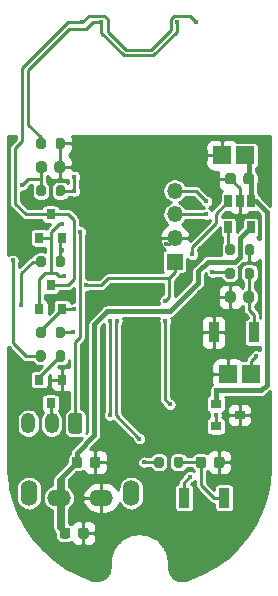
<source format=gbr>
G04 #@! TF.GenerationSoftware,KiCad,Pcbnew,(5.1.10)-1*
G04 #@! TF.CreationDate,2021-12-13T18:57:16+09:00*
G04 #@! TF.ProjectId,cat_toilet,6361745f-746f-4696-9c65-742e6b696361,rev?*
G04 #@! TF.SameCoordinates,Original*
G04 #@! TF.FileFunction,Copper,L2,Bot*
G04 #@! TF.FilePolarity,Positive*
%FSLAX46Y46*%
G04 Gerber Fmt 4.6, Leading zero omitted, Abs format (unit mm)*
G04 Created by KiCad (PCBNEW (5.1.10)-1) date 2021-12-13 18:57:16*
%MOMM*%
%LPD*%
G01*
G04 APERTURE LIST*
G04 #@! TA.AperFunction,ComponentPad*
%ADD10O,1.200000X1.750000*%
G04 #@! TD*
G04 #@! TA.AperFunction,SMDPad,CuDef*
%ADD11R,1.500000X1.500000*%
G04 #@! TD*
G04 #@! TA.AperFunction,SMDPad,CuDef*
%ADD12R,0.650000X1.060000*%
G04 #@! TD*
G04 #@! TA.AperFunction,ComponentPad*
%ADD13O,2.000000X1.400000*%
G04 #@! TD*
G04 #@! TA.AperFunction,ComponentPad*
%ADD14O,1.400000X2.200000*%
G04 #@! TD*
G04 #@! TA.AperFunction,SMDPad,CuDef*
%ADD15R,0.900000X0.800000*%
G04 #@! TD*
G04 #@! TA.AperFunction,SMDPad,CuDef*
%ADD16R,0.900000X1.700000*%
G04 #@! TD*
G04 #@! TA.AperFunction,SMDPad,CuDef*
%ADD17R,0.800000X0.900000*%
G04 #@! TD*
G04 #@! TA.AperFunction,SMDPad,CuDef*
%ADD18O,1.350000X1.350000*%
G04 #@! TD*
G04 #@! TA.AperFunction,SMDPad,CuDef*
%ADD19R,1.350000X1.350000*%
G04 #@! TD*
G04 #@! TA.AperFunction,ViaPad*
%ADD20C,0.400000*%
G04 #@! TD*
G04 #@! TA.AperFunction,Conductor*
%ADD21C,0.250000*%
G04 #@! TD*
G04 #@! TA.AperFunction,Conductor*
%ADD22C,0.400000*%
G04 #@! TD*
G04 #@! TA.AperFunction,Conductor*
%ADD23C,0.100000*%
G04 #@! TD*
G04 APERTURE END LIST*
D10*
X2100000Y-36200000D03*
X4100000Y-36200000D03*
G04 #@! TA.AperFunction,ComponentPad*
G36*
G01*
X6700000Y-35574999D02*
X6700000Y-36825001D01*
G75*
G02*
X6450001Y-37075000I-249999J0D01*
G01*
X5749999Y-37075000D01*
G75*
G02*
X5500000Y-36825001I0J249999D01*
G01*
X5500000Y-35574999D01*
G75*
G02*
X5749999Y-35325000I249999J0D01*
G01*
X6450001Y-35325000D01*
G75*
G02*
X6700000Y-35574999I0J-249999D01*
G01*
G37*
G04 #@! TD.AperFunction*
D11*
X18500000Y-13500000D03*
X20500000Y-13500000D03*
D12*
X19050000Y-19600000D03*
X20950000Y-19600000D03*
X20950000Y-17400000D03*
X20000000Y-17400000D03*
X19050000Y-17400000D03*
D13*
X4700000Y-42500000D03*
X8300000Y-42500000D03*
D14*
X2175000Y-42100000D03*
X10825000Y-42100000D03*
D15*
X20000000Y-35500000D03*
X18000000Y-34550000D03*
X18000000Y-36450000D03*
D11*
X21000000Y-32000000D03*
X19000000Y-32000000D03*
D16*
X18700000Y-42500000D03*
X15300000Y-42500000D03*
X21200000Y-28500000D03*
X17800000Y-28500000D03*
G04 #@! TA.AperFunction,SMDPad,CuDef*
G36*
G01*
X4425000Y-22775000D02*
X4425000Y-22225000D01*
G75*
G02*
X4625000Y-22025000I200000J0D01*
G01*
X5025000Y-22025000D01*
G75*
G02*
X5225000Y-22225000I0J-200000D01*
G01*
X5225000Y-22775000D01*
G75*
G02*
X5025000Y-22975000I-200000J0D01*
G01*
X4625000Y-22975000D01*
G75*
G02*
X4425000Y-22775000I0J200000D01*
G01*
G37*
G04 #@! TD.AperFunction*
G04 #@! TA.AperFunction,SMDPad,CuDef*
G36*
G01*
X2775000Y-22775000D02*
X2775000Y-22225000D01*
G75*
G02*
X2975000Y-22025000I200000J0D01*
G01*
X3375000Y-22025000D01*
G75*
G02*
X3575000Y-22225000I0J-200000D01*
G01*
X3575000Y-22775000D01*
G75*
G02*
X3375000Y-22975000I-200000J0D01*
G01*
X2975000Y-22975000D01*
G75*
G02*
X2775000Y-22775000I0J200000D01*
G01*
G37*
G04 #@! TD.AperFunction*
G04 #@! TA.AperFunction,SMDPad,CuDef*
G36*
G01*
X14425000Y-39775000D02*
X14425000Y-39225000D01*
G75*
G02*
X14625000Y-39025000I200000J0D01*
G01*
X15025000Y-39025000D01*
G75*
G02*
X15225000Y-39225000I0J-200000D01*
G01*
X15225000Y-39775000D01*
G75*
G02*
X15025000Y-39975000I-200000J0D01*
G01*
X14625000Y-39975000D01*
G75*
G02*
X14425000Y-39775000I0J200000D01*
G01*
G37*
G04 #@! TD.AperFunction*
G04 #@! TA.AperFunction,SMDPad,CuDef*
G36*
G01*
X12775000Y-39775000D02*
X12775000Y-39225000D01*
G75*
G02*
X12975000Y-39025000I200000J0D01*
G01*
X13375000Y-39025000D01*
G75*
G02*
X13575000Y-39225000I0J-200000D01*
G01*
X13575000Y-39775000D01*
G75*
G02*
X13375000Y-39975000I-200000J0D01*
G01*
X12975000Y-39975000D01*
G75*
G02*
X12775000Y-39775000I0J200000D01*
G01*
G37*
G04 #@! TD.AperFunction*
G04 #@! TA.AperFunction,SMDPad,CuDef*
G36*
G01*
X3575000Y-12225000D02*
X3575000Y-12775000D01*
G75*
G02*
X3375000Y-12975000I-200000J0D01*
G01*
X2975000Y-12975000D01*
G75*
G02*
X2775000Y-12775000I0J200000D01*
G01*
X2775000Y-12225000D01*
G75*
G02*
X2975000Y-12025000I200000J0D01*
G01*
X3375000Y-12025000D01*
G75*
G02*
X3575000Y-12225000I0J-200000D01*
G01*
G37*
G04 #@! TD.AperFunction*
G04 #@! TA.AperFunction,SMDPad,CuDef*
G36*
G01*
X5225000Y-12225000D02*
X5225000Y-12775000D01*
G75*
G02*
X5025000Y-12975000I-200000J0D01*
G01*
X4625000Y-12975000D01*
G75*
G02*
X4425000Y-12775000I0J200000D01*
G01*
X4425000Y-12225000D01*
G75*
G02*
X4625000Y-12025000I200000J0D01*
G01*
X5025000Y-12025000D01*
G75*
G02*
X5225000Y-12225000I0J-200000D01*
G01*
G37*
G04 #@! TD.AperFunction*
G04 #@! TA.AperFunction,SMDPad,CuDef*
G36*
G01*
X3575000Y-30225000D02*
X3575000Y-30775000D01*
G75*
G02*
X3375000Y-30975000I-200000J0D01*
G01*
X2975000Y-30975000D01*
G75*
G02*
X2775000Y-30775000I0J200000D01*
G01*
X2775000Y-30225000D01*
G75*
G02*
X2975000Y-30025000I200000J0D01*
G01*
X3375000Y-30025000D01*
G75*
G02*
X3575000Y-30225000I0J-200000D01*
G01*
G37*
G04 #@! TD.AperFunction*
G04 #@! TA.AperFunction,SMDPad,CuDef*
G36*
G01*
X5225000Y-30225000D02*
X5225000Y-30775000D01*
G75*
G02*
X5025000Y-30975000I-200000J0D01*
G01*
X4625000Y-30975000D01*
G75*
G02*
X4425000Y-30775000I0J200000D01*
G01*
X4425000Y-30225000D01*
G75*
G02*
X4625000Y-30025000I200000J0D01*
G01*
X5025000Y-30025000D01*
G75*
G02*
X5225000Y-30225000I0J-200000D01*
G01*
G37*
G04 #@! TD.AperFunction*
G04 #@! TA.AperFunction,SMDPad,CuDef*
G36*
G01*
X20425000Y-23775000D02*
X20425000Y-23225000D01*
G75*
G02*
X20625000Y-23025000I200000J0D01*
G01*
X21025000Y-23025000D01*
G75*
G02*
X21225000Y-23225000I0J-200000D01*
G01*
X21225000Y-23775000D01*
G75*
G02*
X21025000Y-23975000I-200000J0D01*
G01*
X20625000Y-23975000D01*
G75*
G02*
X20425000Y-23775000I0J200000D01*
G01*
G37*
G04 #@! TD.AperFunction*
G04 #@! TA.AperFunction,SMDPad,CuDef*
G36*
G01*
X18775000Y-23775000D02*
X18775000Y-23225000D01*
G75*
G02*
X18975000Y-23025000I200000J0D01*
G01*
X19375000Y-23025000D01*
G75*
G02*
X19575000Y-23225000I0J-200000D01*
G01*
X19575000Y-23775000D01*
G75*
G02*
X19375000Y-23975000I-200000J0D01*
G01*
X18975000Y-23975000D01*
G75*
G02*
X18775000Y-23775000I0J200000D01*
G01*
G37*
G04 #@! TD.AperFunction*
G04 #@! TA.AperFunction,SMDPad,CuDef*
G36*
G01*
X20425000Y-21775000D02*
X20425000Y-21225000D01*
G75*
G02*
X20625000Y-21025000I200000J0D01*
G01*
X21025000Y-21025000D01*
G75*
G02*
X21225000Y-21225000I0J-200000D01*
G01*
X21225000Y-21775000D01*
G75*
G02*
X21025000Y-21975000I-200000J0D01*
G01*
X20625000Y-21975000D01*
G75*
G02*
X20425000Y-21775000I0J200000D01*
G01*
G37*
G04 #@! TD.AperFunction*
G04 #@! TA.AperFunction,SMDPad,CuDef*
G36*
G01*
X18775000Y-21775000D02*
X18775000Y-21225000D01*
G75*
G02*
X18975000Y-21025000I200000J0D01*
G01*
X19375000Y-21025000D01*
G75*
G02*
X19575000Y-21225000I0J-200000D01*
G01*
X19575000Y-21775000D01*
G75*
G02*
X19375000Y-21975000I-200000J0D01*
G01*
X18975000Y-21975000D01*
G75*
G02*
X18775000Y-21775000I0J200000D01*
G01*
G37*
G04 #@! TD.AperFunction*
G04 #@! TA.AperFunction,SMDPad,CuDef*
G36*
G01*
X3575000Y-28225000D02*
X3575000Y-28775000D01*
G75*
G02*
X3375000Y-28975000I-200000J0D01*
G01*
X2975000Y-28975000D01*
G75*
G02*
X2775000Y-28775000I0J200000D01*
G01*
X2775000Y-28225000D01*
G75*
G02*
X2975000Y-28025000I200000J0D01*
G01*
X3375000Y-28025000D01*
G75*
G02*
X3575000Y-28225000I0J-200000D01*
G01*
G37*
G04 #@! TD.AperFunction*
G04 #@! TA.AperFunction,SMDPad,CuDef*
G36*
G01*
X5225000Y-28225000D02*
X5225000Y-28775000D01*
G75*
G02*
X5025000Y-28975000I-200000J0D01*
G01*
X4625000Y-28975000D01*
G75*
G02*
X4425000Y-28775000I0J200000D01*
G01*
X4425000Y-28225000D01*
G75*
G02*
X4625000Y-28025000I200000J0D01*
G01*
X5025000Y-28025000D01*
G75*
G02*
X5225000Y-28225000I0J-200000D01*
G01*
G37*
G04 #@! TD.AperFunction*
G04 #@! TA.AperFunction,SMDPad,CuDef*
G36*
G01*
X4425000Y-16775000D02*
X4425000Y-16225000D01*
G75*
G02*
X4625000Y-16025000I200000J0D01*
G01*
X5025000Y-16025000D01*
G75*
G02*
X5225000Y-16225000I0J-200000D01*
G01*
X5225000Y-16775000D01*
G75*
G02*
X5025000Y-16975000I-200000J0D01*
G01*
X4625000Y-16975000D01*
G75*
G02*
X4425000Y-16775000I0J200000D01*
G01*
G37*
G04 #@! TD.AperFunction*
G04 #@! TA.AperFunction,SMDPad,CuDef*
G36*
G01*
X2775000Y-16775000D02*
X2775000Y-16225000D01*
G75*
G02*
X2975000Y-16025000I200000J0D01*
G01*
X3375000Y-16025000D01*
G75*
G02*
X3575000Y-16225000I0J-200000D01*
G01*
X3575000Y-16775000D01*
G75*
G02*
X3375000Y-16975000I-200000J0D01*
G01*
X2975000Y-16975000D01*
G75*
G02*
X2775000Y-16775000I0J200000D01*
G01*
G37*
G04 #@! TD.AperFunction*
D17*
X4000000Y-18500000D03*
X3050000Y-20500000D03*
X4950000Y-20500000D03*
X4000000Y-24500000D03*
X3050000Y-26500000D03*
X4950000Y-26500000D03*
X4000000Y-34500000D03*
X4950000Y-32500000D03*
X3050000Y-32500000D03*
D18*
X14500000Y-16500000D03*
X14500000Y-18500000D03*
X14500000Y-20500000D03*
D19*
X14500000Y-22500000D03*
G04 #@! TA.AperFunction,SMDPad,CuDef*
G36*
G01*
X4325000Y-14750000D02*
X4325000Y-14250000D01*
G75*
G02*
X4550000Y-14025000I225000J0D01*
G01*
X5000000Y-14025000D01*
G75*
G02*
X5225000Y-14250000I0J-225000D01*
G01*
X5225000Y-14750000D01*
G75*
G02*
X5000000Y-14975000I-225000J0D01*
G01*
X4550000Y-14975000D01*
G75*
G02*
X4325000Y-14750000I0J225000D01*
G01*
G37*
G04 #@! TD.AperFunction*
G04 #@! TA.AperFunction,SMDPad,CuDef*
G36*
G01*
X2775000Y-14750000D02*
X2775000Y-14250000D01*
G75*
G02*
X3000000Y-14025000I225000J0D01*
G01*
X3450000Y-14025000D01*
G75*
G02*
X3675000Y-14250000I0J-225000D01*
G01*
X3675000Y-14750000D01*
G75*
G02*
X3450000Y-14975000I-225000J0D01*
G01*
X3000000Y-14975000D01*
G75*
G02*
X2775000Y-14750000I0J225000D01*
G01*
G37*
G04 #@! TD.AperFunction*
G04 #@! TA.AperFunction,SMDPad,CuDef*
G36*
G01*
X17825000Y-39750000D02*
X17825000Y-39250000D01*
G75*
G02*
X18050000Y-39025000I225000J0D01*
G01*
X18500000Y-39025000D01*
G75*
G02*
X18725000Y-39250000I0J-225000D01*
G01*
X18725000Y-39750000D01*
G75*
G02*
X18500000Y-39975000I-225000J0D01*
G01*
X18050000Y-39975000D01*
G75*
G02*
X17825000Y-39750000I0J225000D01*
G01*
G37*
G04 #@! TD.AperFunction*
G04 #@! TA.AperFunction,SMDPad,CuDef*
G36*
G01*
X16275000Y-39750000D02*
X16275000Y-39250000D01*
G75*
G02*
X16500000Y-39025000I225000J0D01*
G01*
X16950000Y-39025000D01*
G75*
G02*
X17175000Y-39250000I0J-225000D01*
G01*
X17175000Y-39750000D01*
G75*
G02*
X16950000Y-39975000I-225000J0D01*
G01*
X16500000Y-39975000D01*
G75*
G02*
X16275000Y-39750000I0J225000D01*
G01*
G37*
G04 #@! TD.AperFunction*
G04 #@! TA.AperFunction,SMDPad,CuDef*
G36*
G01*
X19675000Y-25250000D02*
X19675000Y-25750000D01*
G75*
G02*
X19450000Y-25975000I-225000J0D01*
G01*
X19000000Y-25975000D01*
G75*
G02*
X18775000Y-25750000I0J225000D01*
G01*
X18775000Y-25250000D01*
G75*
G02*
X19000000Y-25025000I225000J0D01*
G01*
X19450000Y-25025000D01*
G75*
G02*
X19675000Y-25250000I0J-225000D01*
G01*
G37*
G04 #@! TD.AperFunction*
G04 #@! TA.AperFunction,SMDPad,CuDef*
G36*
G01*
X21225000Y-25250000D02*
X21225000Y-25750000D01*
G75*
G02*
X21000000Y-25975000I-225000J0D01*
G01*
X20550000Y-25975000D01*
G75*
G02*
X20325000Y-25750000I0J225000D01*
G01*
X20325000Y-25250000D01*
G75*
G02*
X20550000Y-25025000I225000J0D01*
G01*
X21000000Y-25025000D01*
G75*
G02*
X21225000Y-25250000I0J-225000D01*
G01*
G37*
G04 #@! TD.AperFunction*
G04 #@! TA.AperFunction,SMDPad,CuDef*
G36*
G01*
X19675000Y-15250000D02*
X19675000Y-15750000D01*
G75*
G02*
X19450000Y-15975000I-225000J0D01*
G01*
X19000000Y-15975000D01*
G75*
G02*
X18775000Y-15750000I0J225000D01*
G01*
X18775000Y-15250000D01*
G75*
G02*
X19000000Y-15025000I225000J0D01*
G01*
X19450000Y-15025000D01*
G75*
G02*
X19675000Y-15250000I0J-225000D01*
G01*
G37*
G04 #@! TD.AperFunction*
G04 #@! TA.AperFunction,SMDPad,CuDef*
G36*
G01*
X21225000Y-15250000D02*
X21225000Y-15750000D01*
G75*
G02*
X21000000Y-15975000I-225000J0D01*
G01*
X20550000Y-15975000D01*
G75*
G02*
X20325000Y-15750000I0J225000D01*
G01*
X20325000Y-15250000D01*
G75*
G02*
X20550000Y-15025000I225000J0D01*
G01*
X21000000Y-15025000D01*
G75*
G02*
X21225000Y-15250000I0J-225000D01*
G01*
G37*
G04 #@! TD.AperFunction*
G04 #@! TA.AperFunction,SMDPad,CuDef*
G36*
G01*
X7325000Y-39750000D02*
X7325000Y-39250000D01*
G75*
G02*
X7550000Y-39025000I225000J0D01*
G01*
X8000000Y-39025000D01*
G75*
G02*
X8225000Y-39250000I0J-225000D01*
G01*
X8225000Y-39750000D01*
G75*
G02*
X8000000Y-39975000I-225000J0D01*
G01*
X7550000Y-39975000D01*
G75*
G02*
X7325000Y-39750000I0J225000D01*
G01*
G37*
G04 #@! TD.AperFunction*
G04 #@! TA.AperFunction,SMDPad,CuDef*
G36*
G01*
X5775000Y-39750000D02*
X5775000Y-39250000D01*
G75*
G02*
X6000000Y-39025000I225000J0D01*
G01*
X6450000Y-39025000D01*
G75*
G02*
X6675000Y-39250000I0J-225000D01*
G01*
X6675000Y-39750000D01*
G75*
G02*
X6450000Y-39975000I-225000J0D01*
G01*
X6000000Y-39975000D01*
G75*
G02*
X5775000Y-39750000I0J225000D01*
G01*
G37*
G04 #@! TD.AperFunction*
G04 #@! TA.AperFunction,SMDPad,CuDef*
G36*
G01*
X6325000Y-45750000D02*
X6325000Y-45250000D01*
G75*
G02*
X6550000Y-45025000I225000J0D01*
G01*
X7000000Y-45025000D01*
G75*
G02*
X7225000Y-45250000I0J-225000D01*
G01*
X7225000Y-45750000D01*
G75*
G02*
X7000000Y-45975000I-225000J0D01*
G01*
X6550000Y-45975000D01*
G75*
G02*
X6325000Y-45750000I0J225000D01*
G01*
G37*
G04 #@! TD.AperFunction*
G04 #@! TA.AperFunction,SMDPad,CuDef*
G36*
G01*
X4775000Y-45750000D02*
X4775000Y-45250000D01*
G75*
G02*
X5000000Y-45025000I225000J0D01*
G01*
X5450000Y-45025000D01*
G75*
G02*
X5675000Y-45250000I0J-225000D01*
G01*
X5675000Y-45750000D01*
G75*
G02*
X5450000Y-45975000I-225000J0D01*
G01*
X5000000Y-45975000D01*
G75*
G02*
X4775000Y-45750000I0J225000D01*
G01*
G37*
G04 #@! TD.AperFunction*
D20*
X13800000Y-21000000D03*
X8600000Y-15200000D03*
X8600000Y-16700000D03*
X10800000Y-25600000D03*
X15200000Y-24400000D03*
X800000Y-21300000D03*
X5800000Y-25300000D03*
X16000000Y-17500000D03*
X17000000Y-38000000D03*
X18000000Y-33400000D03*
X5000000Y-19300000D03*
X5100000Y-23700000D03*
X6000000Y-15300000D03*
X6000000Y-16560000D03*
X15800000Y-40700000D03*
X13700000Y-25800000D03*
X13700000Y-27500000D03*
X14100000Y-34600000D03*
X7025000Y-24500000D03*
X8300000Y-2200000D03*
X14700000Y-2200000D03*
X1500000Y-26200000D03*
X17200000Y-18500000D03*
X17200000Y-17400000D03*
X6525000Y-20000000D03*
X1600000Y-16000000D03*
X17700000Y-23400000D03*
X21400000Y-30500000D03*
X800000Y-22400000D03*
X11900000Y-39500000D03*
X9000000Y-35500000D03*
X9000000Y-27500000D03*
X5975000Y-26500000D03*
X11508732Y-37491268D03*
X9600003Y-27500000D03*
X5000000Y-21500000D03*
X5900000Y-28500000D03*
X16000000Y-21900000D03*
X18000000Y-35500000D03*
X6700000Y-2200000D03*
X16300000Y-2200000D03*
D21*
X14000000Y-21000000D02*
X14500000Y-20500000D01*
X13800000Y-21000000D02*
X14000000Y-21000000D01*
X8600000Y-15200000D02*
X8600000Y-16700000D01*
X8600000Y-15200000D02*
X6800000Y-15200000D01*
X6100000Y-14500000D02*
X4775000Y-14500000D01*
X6800000Y-15200000D02*
X6100000Y-14500000D01*
X20000000Y-16275000D02*
X19225000Y-15500000D01*
X20000000Y-17400000D02*
X20000000Y-16275000D01*
X4825000Y-14450000D02*
X4775000Y-14500000D01*
X4825000Y-12500000D02*
X4825000Y-14450000D01*
X20000000Y-35500000D02*
X20000000Y-37000000D01*
X20000000Y-37000000D02*
X19000000Y-38000000D01*
X19000000Y-38000000D02*
X17000000Y-38000000D01*
D22*
X4950000Y-40775000D02*
X6225000Y-39500000D01*
X4950000Y-42500000D02*
X4950000Y-40775000D01*
X4950000Y-45225000D02*
X5225000Y-45500000D01*
X4950000Y-42500000D02*
X4950000Y-45225000D01*
X4700000Y-41025000D02*
X4950000Y-40775000D01*
X4700000Y-42500000D02*
X4700000Y-41025000D01*
X4700000Y-44975000D02*
X5225000Y-45500000D01*
X4700000Y-42500000D02*
X4700000Y-44975000D01*
X20024990Y-20525010D02*
X20950000Y-19600000D01*
X19600000Y-22500000D02*
X20024990Y-22075010D01*
X16500000Y-23300000D02*
X17300000Y-22500000D01*
X20024990Y-22075010D02*
X20024990Y-20525010D01*
X17300000Y-22500000D02*
X19600000Y-22500000D01*
X7700000Y-27800000D02*
X8800000Y-26700000D01*
X7700000Y-37200000D02*
X7700000Y-27800000D01*
X16500000Y-24300000D02*
X16500000Y-23300000D01*
X8800000Y-26700000D02*
X14100000Y-26700000D01*
X6225000Y-38675000D02*
X7700000Y-37200000D01*
X14100000Y-26700000D02*
X16500000Y-24300000D01*
X6225000Y-39500000D02*
X6225000Y-38675000D01*
X20950000Y-15675000D02*
X20775000Y-15500000D01*
X20950000Y-17400000D02*
X20950000Y-15675000D01*
X20775000Y-13775000D02*
X20500000Y-13500000D01*
X20775000Y-15500000D02*
X20775000Y-13775000D01*
X20950000Y-17400000D02*
X21400000Y-17400000D01*
X21400000Y-17400000D02*
X22300000Y-18300000D01*
X18000000Y-33400000D02*
X18000000Y-34550000D01*
X22300000Y-32920002D02*
X22300000Y-32600000D01*
X21820002Y-33400000D02*
X22300000Y-32920002D01*
X18000000Y-33400000D02*
X21820002Y-33400000D01*
X22300000Y-18300000D02*
X22300000Y-32600000D01*
D21*
X4000000Y-21300000D02*
X4000000Y-23000000D01*
X3050000Y-23950000D02*
X3050000Y-26500000D01*
X4714998Y-19300000D02*
X4000000Y-20014998D01*
X5000000Y-19300000D02*
X4714998Y-19300000D01*
X3900000Y-20500000D02*
X4000000Y-20600000D01*
X4000000Y-20600000D02*
X4000000Y-21300000D01*
X3050000Y-20500000D02*
X3900000Y-20500000D01*
X4000000Y-20014998D02*
X4000000Y-20600000D01*
X14500000Y-23425000D02*
X14025000Y-23900000D01*
X14500000Y-22500000D02*
X14500000Y-23425000D01*
X5100000Y-23700000D02*
X4700000Y-23700000D01*
X6000000Y-15300000D02*
X6000000Y-16500000D01*
X6000000Y-16500000D02*
X4825000Y-16500000D01*
X6000000Y-16500000D02*
X6000000Y-16560000D01*
X15300000Y-41200000D02*
X15800000Y-40700000D01*
X15300000Y-42500000D02*
X15300000Y-41200000D01*
X14025000Y-25475000D02*
X13700000Y-25800000D01*
X14025000Y-23900000D02*
X14025000Y-25475000D01*
X13700000Y-34200000D02*
X14100000Y-34600000D01*
X13700000Y-27500000D02*
X13700000Y-34200000D01*
X3500000Y-23500000D02*
X3050000Y-23950000D01*
X4700000Y-23700000D02*
X4500000Y-23500000D01*
X4000000Y-23000000D02*
X4000000Y-23500000D01*
X4000000Y-23500000D02*
X3500000Y-23500000D01*
X4500000Y-23500000D02*
X4000000Y-23500000D01*
X8300000Y-24500000D02*
X8900000Y-23900000D01*
X7025000Y-24500000D02*
X8300000Y-24500000D01*
X14025000Y-23900000D02*
X8900000Y-23900000D01*
X20825000Y-25450000D02*
X20775000Y-25500000D01*
X20825000Y-23500000D02*
X20825000Y-25450000D01*
X21200000Y-28500000D02*
X21200000Y-27000000D01*
X20775000Y-26575000D02*
X20775000Y-25500000D01*
X21200000Y-27000000D02*
X20775000Y-26575000D01*
X16725000Y-39500000D02*
X14825000Y-39500000D01*
X18700000Y-42500000D02*
X17800000Y-42500000D01*
X16725000Y-41425000D02*
X16725000Y-39500000D01*
X17800000Y-42500000D02*
X16725000Y-41425000D01*
X7000000Y-2800000D02*
X7600000Y-2200000D01*
X5600000Y-2800000D02*
X7000000Y-2800000D01*
X2100000Y-6300000D02*
X5600000Y-2800000D01*
X2100000Y-10900000D02*
X2100000Y-6300000D01*
X7600000Y-2200000D02*
X8300000Y-2200000D01*
X3175000Y-11975000D02*
X2100000Y-10900000D01*
X3175000Y-12500000D02*
X3175000Y-11975000D01*
X14700000Y-2200000D02*
X14700000Y-3036410D01*
X14700000Y-3036410D02*
X12686400Y-5050010D01*
X8300000Y-3136410D02*
X8300000Y-2200000D01*
X10213599Y-5050009D02*
X8300000Y-3136410D01*
X12686400Y-5050010D02*
X10213599Y-5050009D01*
X3175000Y-22500000D02*
X2500000Y-22500000D01*
X1500000Y-23500000D02*
X1500000Y-26200000D01*
X2500000Y-22500000D02*
X1500000Y-23500000D01*
X14500000Y-18500000D02*
X17200000Y-18500000D01*
X16300000Y-16500000D02*
X17200000Y-17400000D01*
X14500000Y-16500000D02*
X16300000Y-16500000D01*
X6500000Y-20025000D02*
X6525000Y-20000000D01*
X6100000Y-29300000D02*
X6500000Y-28900000D01*
X6500000Y-28900000D02*
X6500000Y-20025000D01*
X6100000Y-36200000D02*
X6100000Y-35100000D01*
X6100000Y-35100000D02*
X6100000Y-29300000D01*
X6100000Y-36000000D02*
X6100000Y-35100000D01*
X4000000Y-35900000D02*
X4100000Y-36000000D01*
X4000000Y-34500000D02*
X4000000Y-35900000D01*
X4000000Y-36100000D02*
X4100000Y-36200000D01*
X4000000Y-34500000D02*
X4000000Y-36100000D01*
X3050000Y-32275000D02*
X4825000Y-30500000D01*
X3050000Y-32500000D02*
X3050000Y-32275000D01*
X19050000Y-21375000D02*
X19175000Y-21500000D01*
X19050000Y-19600000D02*
X19050000Y-21375000D01*
X3225000Y-16450000D02*
X3175000Y-16500000D01*
X2075000Y-15525000D02*
X3225000Y-15525000D01*
X1600000Y-16000000D02*
X2075000Y-15525000D01*
X3225000Y-15525000D02*
X3225000Y-16450000D01*
X3225000Y-14500000D02*
X3225000Y-15525000D01*
X19075000Y-23400000D02*
X19175000Y-23500000D01*
X17700000Y-23400000D02*
X19075000Y-23400000D01*
X21000000Y-30900000D02*
X21400000Y-30500000D01*
X21000000Y-32000000D02*
X21000000Y-30900000D01*
X3175000Y-30500000D02*
X1900000Y-30500000D01*
X800000Y-29400000D02*
X800000Y-22400000D01*
X1900000Y-30500000D02*
X800000Y-29400000D01*
X11900000Y-39500000D02*
X13175000Y-39500000D01*
X3175000Y-28275000D02*
X4950000Y-26500000D01*
X3175000Y-28500000D02*
X3175000Y-28275000D01*
X9000000Y-35500000D02*
X9000000Y-29000000D01*
X9000000Y-29000000D02*
X9000000Y-27500000D01*
X5975000Y-26500000D02*
X4950000Y-26500000D01*
X4825000Y-20625000D02*
X4950000Y-20500000D01*
X11508732Y-37491268D02*
X9525001Y-35507537D01*
X9525001Y-27575002D02*
X9600003Y-27500000D01*
X9525001Y-35507537D02*
X9525001Y-27575002D01*
X4825000Y-21675000D02*
X5000000Y-21500000D01*
X4825000Y-22500000D02*
X4825000Y-21675000D01*
X4825000Y-21675000D02*
X4825000Y-20625000D01*
X4825000Y-28500000D02*
X5900000Y-28500000D01*
X16000000Y-21244999D02*
X18000000Y-19244999D01*
X16000000Y-21900000D02*
X16000000Y-21244999D01*
X18000000Y-18450000D02*
X19050000Y-17400000D01*
X18000000Y-19244999D02*
X18000000Y-18450000D01*
X18000000Y-35500000D02*
X18000000Y-36450000D01*
X4000000Y-24500000D02*
X5500000Y-24500000D01*
X5500000Y-24500000D02*
X6000000Y-24000000D01*
X6000000Y-24000000D02*
X6000000Y-19000000D01*
X5500000Y-18500000D02*
X4000000Y-18500000D01*
X6000000Y-19000000D02*
X5500000Y-18500000D01*
X5500000Y-2200000D02*
X6700000Y-2200000D01*
X1600000Y-6100000D02*
X5500000Y-2200000D01*
X1000000Y-12900000D02*
X1600000Y-12300000D01*
X1000000Y-17600000D02*
X1000000Y-12900000D01*
X1600000Y-12300000D02*
X1600000Y-6100000D01*
X1900000Y-18500000D02*
X1000000Y-17600000D01*
X4000000Y-18500000D02*
X1900000Y-18500000D01*
X14174999Y-1947999D02*
X14447999Y-1674999D01*
X14174999Y-2925001D02*
X14174999Y-1947999D01*
X15774999Y-1674999D02*
X16300000Y-2200000D01*
X12500000Y-4600000D02*
X14174999Y-2925001D01*
X10400000Y-4600000D02*
X12500000Y-4600000D01*
X14447999Y-1674999D02*
X15774999Y-1674999D01*
X8825001Y-3025001D02*
X10400000Y-4600000D01*
X8552001Y-1674999D02*
X8825001Y-1947999D01*
X7225001Y-1674999D02*
X8552001Y-1674999D01*
X8825001Y-1947999D02*
X8825001Y-3025001D01*
X6700000Y-2200000D02*
X7225001Y-1674999D01*
X20827000Y-21498000D02*
X20847000Y-21498000D01*
X20847000Y-21502000D01*
X20827000Y-21502000D01*
X20827000Y-22449750D01*
X20985250Y-22608000D01*
X21225000Y-22611063D01*
X21349090Y-22598841D01*
X21468411Y-22562646D01*
X21578378Y-22503867D01*
X21674764Y-22424764D01*
X21721000Y-22368426D01*
X21721001Y-27276160D01*
X21704000Y-27274486D01*
X21704000Y-27024754D01*
X21706438Y-27000000D01*
X21696707Y-26901198D01*
X21683106Y-26856362D01*
X21667888Y-26806195D01*
X21621088Y-26718638D01*
X21558106Y-26641894D01*
X21538873Y-26626110D01*
X21279000Y-26366237D01*
X21279000Y-26284511D01*
X21336583Y-26253732D01*
X21428389Y-26178389D01*
X21503732Y-26086583D01*
X21559717Y-25981842D01*
X21594192Y-25868192D01*
X21605833Y-25750000D01*
X21605833Y-25250000D01*
X21594192Y-25131808D01*
X21559717Y-25018158D01*
X21503732Y-24913417D01*
X21428389Y-24821611D01*
X21336583Y-24746268D01*
X21329000Y-24742215D01*
X21329000Y-24267937D01*
X21347694Y-24257945D01*
X21435711Y-24185711D01*
X21507945Y-24097694D01*
X21561620Y-23997275D01*
X21594672Y-23888315D01*
X21605833Y-23775000D01*
X21605833Y-23225000D01*
X21594672Y-23111685D01*
X21561620Y-23002725D01*
X21507945Y-22902306D01*
X21435711Y-22814289D01*
X21347694Y-22742055D01*
X21247275Y-22688380D01*
X21138315Y-22655328D01*
X21025000Y-22644167D01*
X20625000Y-22644167D01*
X20511685Y-22655328D01*
X20402725Y-22688380D01*
X20302306Y-22742055D01*
X20214289Y-22814289D01*
X20142055Y-22902306D01*
X20088380Y-23002725D01*
X20055328Y-23111685D01*
X20044167Y-23225000D01*
X20044167Y-23775000D01*
X20055328Y-23888315D01*
X20088380Y-23997275D01*
X20142055Y-24097694D01*
X20214289Y-24185711D01*
X20302306Y-24257945D01*
X20321000Y-24267937D01*
X20321001Y-24689421D01*
X20318158Y-24690283D01*
X20237022Y-24733651D01*
X20203867Y-24671622D01*
X20124764Y-24575236D01*
X20028378Y-24496133D01*
X19918411Y-24437354D01*
X19799090Y-24401159D01*
X19675000Y-24388937D01*
X19385250Y-24392000D01*
X19227000Y-24550250D01*
X19227000Y-25498000D01*
X19247000Y-25498000D01*
X19247000Y-25502000D01*
X19227000Y-25502000D01*
X19227000Y-26449750D01*
X19385250Y-26608000D01*
X19675000Y-26611063D01*
X19799090Y-26598841D01*
X19918411Y-26562646D01*
X20028378Y-26503867D01*
X20124764Y-26424764D01*
X20203867Y-26328378D01*
X20237022Y-26266349D01*
X20271000Y-26284511D01*
X20271000Y-26550246D01*
X20268562Y-26575000D01*
X20275151Y-26641894D01*
X20278293Y-26673800D01*
X20307112Y-26768804D01*
X20353912Y-26856362D01*
X20416894Y-26933106D01*
X20436127Y-26948890D01*
X20696001Y-27208764D01*
X20696001Y-27274486D01*
X20675703Y-27276485D01*
X20604262Y-27298156D01*
X20538421Y-27333349D01*
X20480710Y-27380710D01*
X20433349Y-27438421D01*
X20398156Y-27504262D01*
X20376485Y-27575703D01*
X20369167Y-27650000D01*
X20369167Y-29350000D01*
X20376485Y-29424297D01*
X20398156Y-29495738D01*
X20433349Y-29561579D01*
X20480710Y-29619290D01*
X20538421Y-29666651D01*
X20604262Y-29701844D01*
X20675703Y-29723515D01*
X20750000Y-29730833D01*
X21650000Y-29730833D01*
X21721001Y-29723840D01*
X21721001Y-30018128D01*
X21674260Y-29986896D01*
X21568888Y-29943250D01*
X21457027Y-29921000D01*
X21342973Y-29921000D01*
X21231112Y-29943250D01*
X21125740Y-29986896D01*
X21030909Y-30050261D01*
X20950261Y-30130909D01*
X20886896Y-30225740D01*
X20843250Y-30331112D01*
X20840053Y-30347183D01*
X20661122Y-30526115D01*
X20641895Y-30541894D01*
X20626115Y-30561122D01*
X20578913Y-30618638D01*
X20532113Y-30706195D01*
X20503293Y-30801199D01*
X20496599Y-30869167D01*
X20256335Y-30869167D01*
X20199764Y-30800236D01*
X20103378Y-30721133D01*
X19993411Y-30662354D01*
X19874090Y-30626159D01*
X19750000Y-30613937D01*
X19160250Y-30617000D01*
X19002000Y-30775250D01*
X19002000Y-31998000D01*
X19022000Y-31998000D01*
X19022000Y-32002000D01*
X19002000Y-32002000D01*
X19002000Y-32022000D01*
X18998000Y-32022000D01*
X18998000Y-32002000D01*
X17775250Y-32002000D01*
X17617000Y-32160250D01*
X17613937Y-32750000D01*
X17626159Y-32874090D01*
X17646171Y-32940063D01*
X17630909Y-32950261D01*
X17610689Y-32970481D01*
X17588605Y-32988605D01*
X17570481Y-33010689D01*
X17550261Y-33030909D01*
X17534375Y-33054684D01*
X17516250Y-33076769D01*
X17502783Y-33101963D01*
X17486896Y-33125740D01*
X17475953Y-33152159D01*
X17462486Y-33177354D01*
X17454192Y-33204695D01*
X17443250Y-33231112D01*
X17437672Y-33259153D01*
X17429378Y-33286496D01*
X17426577Y-33314934D01*
X17421000Y-33342973D01*
X17421000Y-33371561D01*
X17418199Y-33400000D01*
X17421000Y-33428440D01*
X17421000Y-33793079D01*
X17404262Y-33798156D01*
X17338421Y-33833349D01*
X17280710Y-33880710D01*
X17233349Y-33938421D01*
X17198156Y-34004262D01*
X17176485Y-34075703D01*
X17169167Y-34150000D01*
X17169167Y-34950000D01*
X17176485Y-35024297D01*
X17198156Y-35095738D01*
X17233349Y-35161579D01*
X17280710Y-35219290D01*
X17338421Y-35266651D01*
X17404262Y-35301844D01*
X17449668Y-35315617D01*
X17443250Y-35331112D01*
X17421000Y-35442973D01*
X17421000Y-35557027D01*
X17443250Y-35668888D01*
X17449668Y-35684383D01*
X17404262Y-35698156D01*
X17338421Y-35733349D01*
X17280710Y-35780710D01*
X17233349Y-35838421D01*
X17198156Y-35904262D01*
X17176485Y-35975703D01*
X17169167Y-36050000D01*
X17169167Y-36850000D01*
X17176485Y-36924297D01*
X17198156Y-36995738D01*
X17233349Y-37061579D01*
X17280710Y-37119290D01*
X17338421Y-37166651D01*
X17404262Y-37201844D01*
X17475703Y-37223515D01*
X17550000Y-37230833D01*
X18450000Y-37230833D01*
X18524297Y-37223515D01*
X18595738Y-37201844D01*
X18661579Y-37166651D01*
X18719290Y-37119290D01*
X18766651Y-37061579D01*
X18801844Y-36995738D01*
X18823515Y-36924297D01*
X18830833Y-36850000D01*
X18830833Y-36050000D01*
X18823515Y-35975703D01*
X18801844Y-35904262D01*
X18799566Y-35900000D01*
X18913937Y-35900000D01*
X18926159Y-36024090D01*
X18962354Y-36143411D01*
X19021133Y-36253378D01*
X19100236Y-36349764D01*
X19196622Y-36428867D01*
X19306589Y-36487646D01*
X19425910Y-36523841D01*
X19550000Y-36536063D01*
X19839750Y-36533000D01*
X19998000Y-36374750D01*
X19998000Y-35502000D01*
X20002000Y-35502000D01*
X20002000Y-36374750D01*
X20160250Y-36533000D01*
X20450000Y-36536063D01*
X20574090Y-36523841D01*
X20693411Y-36487646D01*
X20803378Y-36428867D01*
X20899764Y-36349764D01*
X20978867Y-36253378D01*
X21037646Y-36143411D01*
X21073841Y-36024090D01*
X21086063Y-35900000D01*
X21083000Y-35660250D01*
X20924750Y-35502000D01*
X20002000Y-35502000D01*
X19998000Y-35502000D01*
X19075250Y-35502000D01*
X18917000Y-35660250D01*
X18913937Y-35900000D01*
X18799566Y-35900000D01*
X18766651Y-35838421D01*
X18719290Y-35780710D01*
X18661579Y-35733349D01*
X18595738Y-35698156D01*
X18550332Y-35684383D01*
X18556750Y-35668888D01*
X18579000Y-35557027D01*
X18579000Y-35442973D01*
X18556750Y-35331112D01*
X18550332Y-35315617D01*
X18595738Y-35301844D01*
X18661579Y-35266651D01*
X18719290Y-35219290D01*
X18766651Y-35161579D01*
X18799565Y-35100000D01*
X18913937Y-35100000D01*
X18917000Y-35339750D01*
X19075250Y-35498000D01*
X19998000Y-35498000D01*
X19998000Y-34625250D01*
X20002000Y-34625250D01*
X20002000Y-35498000D01*
X20924750Y-35498000D01*
X21083000Y-35339750D01*
X21086063Y-35100000D01*
X21073841Y-34975910D01*
X21037646Y-34856589D01*
X20978867Y-34746622D01*
X20899764Y-34650236D01*
X20803378Y-34571133D01*
X20693411Y-34512354D01*
X20574090Y-34476159D01*
X20450000Y-34463937D01*
X20160250Y-34467000D01*
X20002000Y-34625250D01*
X19998000Y-34625250D01*
X19839750Y-34467000D01*
X19550000Y-34463937D01*
X19425910Y-34476159D01*
X19306589Y-34512354D01*
X19196622Y-34571133D01*
X19100236Y-34650236D01*
X19021133Y-34746622D01*
X18962354Y-34856589D01*
X18926159Y-34975910D01*
X18913937Y-35100000D01*
X18799565Y-35100000D01*
X18801844Y-35095738D01*
X18823515Y-35024297D01*
X18830833Y-34950000D01*
X18830833Y-34150000D01*
X18823515Y-34075703D01*
X18801844Y-34004262D01*
X18788341Y-33979000D01*
X21791573Y-33979000D01*
X21820002Y-33981800D01*
X21848431Y-33979000D01*
X21848441Y-33979000D01*
X21933506Y-33970622D01*
X22042648Y-33937514D01*
X22143233Y-33883750D01*
X22231397Y-33811395D01*
X22249525Y-33789306D01*
X22596001Y-33442831D01*
X22596001Y-39982524D01*
X22488267Y-41225217D01*
X22231383Y-42438462D01*
X21828561Y-43611344D01*
X21285800Y-44726398D01*
X20611198Y-45766989D01*
X19814801Y-46717618D01*
X18908495Y-47564098D01*
X17905774Y-48293825D01*
X16821606Y-48895907D01*
X15662617Y-49365231D01*
X15482793Y-49423490D01*
X15251743Y-49479270D01*
X15038399Y-49488108D01*
X14827407Y-49455341D01*
X14626799Y-49382216D01*
X14444207Y-49271514D01*
X14286604Y-49127463D01*
X14159972Y-48955532D01*
X14069153Y-48762290D01*
X14016383Y-48550207D01*
X14004000Y-48381018D01*
X14004000Y-47980160D01*
X14003861Y-47978750D01*
X14003785Y-47967854D01*
X14001867Y-47949606D01*
X14001867Y-47931256D01*
X14001277Y-47925646D01*
X13955592Y-47518352D01*
X13947984Y-47482557D01*
X13940867Y-47446616D01*
X13939199Y-47441227D01*
X13815273Y-47050564D01*
X13800855Y-47016924D01*
X13786896Y-46983056D01*
X13784212Y-46978094D01*
X13784212Y-46978093D01*
X13784209Y-46978089D01*
X13586766Y-46618941D01*
X13566091Y-46588746D01*
X13545816Y-46558229D01*
X13542224Y-46553888D01*
X13542220Y-46553882D01*
X13542215Y-46553877D01*
X13278775Y-46239921D01*
X13252625Y-46214312D01*
X13226813Y-46188320D01*
X13222447Y-46184760D01*
X13222441Y-46184754D01*
X13222434Y-46184750D01*
X12903031Y-45927942D01*
X12872376Y-45907882D01*
X12842035Y-45887417D01*
X12837062Y-45884773D01*
X12837054Y-45884768D01*
X12837046Y-45884765D01*
X12473846Y-45694888D01*
X12439936Y-45681187D01*
X12406140Y-45666981D01*
X12400740Y-45665351D01*
X12007567Y-45549634D01*
X11971600Y-45542773D01*
X11935731Y-45535410D01*
X11930126Y-45534861D01*
X11930116Y-45534859D01*
X11930107Y-45534859D01*
X11521955Y-45497714D01*
X11485377Y-45497969D01*
X11448723Y-45497713D01*
X11443109Y-45498264D01*
X11035506Y-45541105D01*
X10999661Y-45548463D01*
X10963671Y-45555329D01*
X10958270Y-45556959D01*
X10566751Y-45678154D01*
X10533028Y-45692330D01*
X10499045Y-45706060D01*
X10494064Y-45708709D01*
X10133542Y-45903643D01*
X10103200Y-45924109D01*
X10072548Y-45944167D01*
X10068176Y-45947733D01*
X9752382Y-46208980D01*
X9726588Y-46234954D01*
X9700418Y-46260582D01*
X9696828Y-46264923D01*
X9696823Y-46264928D01*
X9696819Y-46264933D01*
X9437787Y-46582538D01*
X9417524Y-46613037D01*
X9396837Y-46643249D01*
X9394154Y-46648211D01*
X9201742Y-47010085D01*
X9187805Y-47043900D01*
X9173363Y-47077595D01*
X9171696Y-47082984D01*
X9053237Y-47475339D01*
X9046131Y-47511229D01*
X9038511Y-47547074D01*
X9037922Y-47552685D01*
X8997928Y-47960577D01*
X8997928Y-47960585D01*
X8996000Y-47980161D01*
X8996000Y-48375297D01*
X8973156Y-48608273D01*
X8911445Y-48812670D01*
X8811208Y-49001188D01*
X8676267Y-49166643D01*
X8511754Y-49302740D01*
X8323941Y-49404290D01*
X8119980Y-49467427D01*
X7907635Y-49489746D01*
X7689850Y-49469926D01*
X7533852Y-49428294D01*
X6371273Y-48985623D01*
X5274727Y-48406375D01*
X4256957Y-47697816D01*
X3333116Y-46870496D01*
X2516991Y-45936760D01*
X1820744Y-44910526D01*
X1254746Y-43807076D01*
X827449Y-42642886D01*
X594694Y-41647000D01*
X1096000Y-41647000D01*
X1096000Y-42552999D01*
X1111613Y-42711520D01*
X1173311Y-42914912D01*
X1273504Y-43102360D01*
X1408341Y-43266659D01*
X1572640Y-43401496D01*
X1760087Y-43501689D01*
X1963479Y-43563387D01*
X2175000Y-43584220D01*
X2386520Y-43563387D01*
X2589912Y-43501689D01*
X2777360Y-43401496D01*
X2941659Y-43266659D01*
X3076496Y-43102360D01*
X3176689Y-42914913D01*
X3238387Y-42711521D01*
X3254000Y-42553000D01*
X3254000Y-41647001D01*
X3238387Y-41488480D01*
X3176689Y-41285087D01*
X3076496Y-41097640D01*
X2941659Y-40933341D01*
X2777360Y-40798504D01*
X2589913Y-40698311D01*
X2386521Y-40636613D01*
X2175000Y-40615780D01*
X1963480Y-40636613D01*
X1760088Y-40698311D01*
X1572641Y-40798504D01*
X1408342Y-40933341D01*
X1273505Y-41097640D01*
X1173312Y-41285087D01*
X1111613Y-41488479D01*
X1096000Y-41647000D01*
X594694Y-41647000D01*
X545214Y-41435294D01*
X411154Y-40192120D01*
X404000Y-39992759D01*
X404000Y-35876914D01*
X1121000Y-35876914D01*
X1121000Y-36523085D01*
X1135166Y-36666916D01*
X1191146Y-36851458D01*
X1282053Y-37021534D01*
X1404394Y-37170606D01*
X1553466Y-37292947D01*
X1723541Y-37383854D01*
X1908083Y-37439834D01*
X2100000Y-37458736D01*
X2291916Y-37439834D01*
X2476458Y-37383854D01*
X2646534Y-37292947D01*
X2795606Y-37170606D01*
X2917947Y-37021534D01*
X3008854Y-36851459D01*
X3064834Y-36666917D01*
X3079000Y-36523086D01*
X3079000Y-35876915D01*
X3079000Y-35876914D01*
X3121000Y-35876914D01*
X3121000Y-36523085D01*
X3135166Y-36666916D01*
X3191146Y-36851458D01*
X3282053Y-37021534D01*
X3404394Y-37170606D01*
X3553466Y-37292947D01*
X3723541Y-37383854D01*
X3908083Y-37439834D01*
X4100000Y-37458736D01*
X4291916Y-37439834D01*
X4476458Y-37383854D01*
X4646534Y-37292947D01*
X4795606Y-37170606D01*
X4917947Y-37021534D01*
X5008854Y-36851459D01*
X5064834Y-36666917D01*
X5079000Y-36523086D01*
X5079000Y-35876915D01*
X5064834Y-35733084D01*
X5008854Y-35548541D01*
X4917947Y-35378466D01*
X4795606Y-35229394D01*
X4715171Y-35163382D01*
X4716651Y-35161579D01*
X4751844Y-35095738D01*
X4773515Y-35024297D01*
X4780833Y-34950000D01*
X4780833Y-34050000D01*
X4773515Y-33975703D01*
X4751844Y-33904262D01*
X4716651Y-33838421D01*
X4669290Y-33780710D01*
X4611579Y-33733349D01*
X4545738Y-33698156D01*
X4474297Y-33676485D01*
X4400000Y-33669167D01*
X3600000Y-33669167D01*
X3525703Y-33676485D01*
X3454262Y-33698156D01*
X3388421Y-33733349D01*
X3330710Y-33780710D01*
X3283349Y-33838421D01*
X3248156Y-33904262D01*
X3226485Y-33975703D01*
X3219167Y-34050000D01*
X3219167Y-34950000D01*
X3226485Y-35024297D01*
X3248156Y-35095738D01*
X3283349Y-35161579D01*
X3330710Y-35219290D01*
X3379695Y-35259490D01*
X3282054Y-35378466D01*
X3191146Y-35548541D01*
X3135166Y-35733083D01*
X3121000Y-35876914D01*
X3079000Y-35876914D01*
X3064834Y-35733084D01*
X3008854Y-35548541D01*
X2917947Y-35378466D01*
X2795606Y-35229394D01*
X2646534Y-35107053D01*
X2476459Y-35016146D01*
X2291917Y-34960166D01*
X2100000Y-34941264D01*
X1908084Y-34960166D01*
X1723542Y-35016146D01*
X1553467Y-35107053D01*
X1404395Y-35229394D01*
X1282054Y-35378466D01*
X1191146Y-35548541D01*
X1135166Y-35733083D01*
X1121000Y-35876914D01*
X404000Y-35876914D01*
X404000Y-29711932D01*
X441894Y-29758106D01*
X461127Y-29773890D01*
X1526114Y-30838878D01*
X1541894Y-30858106D01*
X1618638Y-30921088D01*
X1706195Y-30967888D01*
X1772379Y-30987965D01*
X1801198Y-30996707D01*
X1900000Y-31006438D01*
X1924754Y-31004000D01*
X2441975Y-31004000D01*
X2492055Y-31097694D01*
X2564289Y-31185711D01*
X2652306Y-31257945D01*
X2752725Y-31311620D01*
X2861685Y-31344672D01*
X2975000Y-31355833D01*
X3256404Y-31355833D01*
X2943070Y-31669167D01*
X2650000Y-31669167D01*
X2575703Y-31676485D01*
X2504262Y-31698156D01*
X2438421Y-31733349D01*
X2380710Y-31780710D01*
X2333349Y-31838421D01*
X2298156Y-31904262D01*
X2276485Y-31975703D01*
X2269167Y-32050000D01*
X2269167Y-32950000D01*
X2276485Y-33024297D01*
X2298156Y-33095738D01*
X2333349Y-33161579D01*
X2380710Y-33219290D01*
X2438421Y-33266651D01*
X2504262Y-33301844D01*
X2575703Y-33323515D01*
X2650000Y-33330833D01*
X3450000Y-33330833D01*
X3524297Y-33323515D01*
X3595738Y-33301844D01*
X3661579Y-33266651D01*
X3719290Y-33219290D01*
X3766651Y-33161579D01*
X3801844Y-33095738D01*
X3823515Y-33024297D01*
X3830833Y-32950000D01*
X3913937Y-32950000D01*
X3926159Y-33074090D01*
X3962354Y-33193411D01*
X4021133Y-33303378D01*
X4100236Y-33399764D01*
X4196622Y-33478867D01*
X4306589Y-33537646D01*
X4425910Y-33573841D01*
X4550000Y-33586063D01*
X4789750Y-33583000D01*
X4948000Y-33424750D01*
X4948000Y-32502000D01*
X4075250Y-32502000D01*
X3917000Y-32660250D01*
X3913937Y-32950000D01*
X3830833Y-32950000D01*
X3830833Y-32206930D01*
X3914709Y-32123054D01*
X3917000Y-32339750D01*
X4075250Y-32498000D01*
X4948000Y-32498000D01*
X4948000Y-31575250D01*
X4789750Y-31417000D01*
X4622895Y-31414868D01*
X4681931Y-31355833D01*
X5025000Y-31355833D01*
X5138315Y-31344672D01*
X5247275Y-31311620D01*
X5347694Y-31257945D01*
X5435711Y-31185711D01*
X5507945Y-31097694D01*
X5561620Y-30997275D01*
X5594672Y-30888315D01*
X5596001Y-30874825D01*
X5596001Y-31463738D01*
X5593411Y-31462354D01*
X5474090Y-31426159D01*
X5350000Y-31413937D01*
X5110250Y-31417000D01*
X4952000Y-31575250D01*
X4952000Y-32498000D01*
X4972000Y-32498000D01*
X4972000Y-32502000D01*
X4952000Y-32502000D01*
X4952000Y-33424750D01*
X5110250Y-33583000D01*
X5350000Y-33586063D01*
X5474090Y-33573841D01*
X5593411Y-33537646D01*
X5596000Y-33536262D01*
X5596000Y-34965670D01*
X5508590Y-34992186D01*
X5399528Y-35050481D01*
X5303933Y-35128933D01*
X5225481Y-35224528D01*
X5167186Y-35333590D01*
X5131288Y-35451930D01*
X5119167Y-35574999D01*
X5119167Y-36825001D01*
X5131288Y-36948070D01*
X5167186Y-37066410D01*
X5225481Y-37175472D01*
X5303933Y-37271067D01*
X5399528Y-37349519D01*
X5508590Y-37407814D01*
X5626930Y-37443712D01*
X5749999Y-37455833D01*
X6450001Y-37455833D01*
X6573070Y-37443712D01*
X6665495Y-37415675D01*
X5835690Y-38245481D01*
X5813606Y-38263605D01*
X5795482Y-38285689D01*
X5795476Y-38285695D01*
X5741250Y-38351769D01*
X5687486Y-38452355D01*
X5674206Y-38496133D01*
X5654378Y-38561496D01*
X5646000Y-38646561D01*
X5646000Y-38646571D01*
X5643200Y-38675000D01*
X5646000Y-38703429D01*
X5646000Y-38760562D01*
X5571611Y-38821611D01*
X5496268Y-38913417D01*
X5440283Y-39018158D01*
X5405808Y-39131808D01*
X5394167Y-39250000D01*
X5394167Y-39512003D01*
X4560690Y-40345481D01*
X4538606Y-40363605D01*
X4520482Y-40385689D01*
X4520476Y-40385695D01*
X4520472Y-40385700D01*
X4310691Y-40595480D01*
X4288606Y-40613605D01*
X4270482Y-40635689D01*
X4270476Y-40635695D01*
X4216250Y-40701769D01*
X4162486Y-40802355D01*
X4129379Y-40911496D01*
X4118200Y-41025000D01*
X4121001Y-41053439D01*
X4121001Y-41457082D01*
X3985087Y-41498311D01*
X3797640Y-41598504D01*
X3633341Y-41733341D01*
X3498504Y-41897640D01*
X3398311Y-42085087D01*
X3336613Y-42288479D01*
X3315780Y-42500000D01*
X3336613Y-42711521D01*
X3398311Y-42914913D01*
X3498504Y-43102360D01*
X3633341Y-43266659D01*
X3797640Y-43401496D01*
X3985087Y-43501689D01*
X4121000Y-43542918D01*
X4121001Y-44946561D01*
X4118200Y-44975000D01*
X4129379Y-45088504D01*
X4162486Y-45197645D01*
X4216250Y-45298231D01*
X4270476Y-45364305D01*
X4270482Y-45364311D01*
X4288606Y-45386395D01*
X4310690Y-45404519D01*
X4394167Y-45487996D01*
X4394167Y-45750000D01*
X4405808Y-45868192D01*
X4440283Y-45981842D01*
X4496268Y-46086583D01*
X4571611Y-46178389D01*
X4663417Y-46253732D01*
X4768158Y-46309717D01*
X4881808Y-46344192D01*
X5000000Y-46355833D01*
X5450000Y-46355833D01*
X5568192Y-46344192D01*
X5681842Y-46309717D01*
X5762978Y-46266349D01*
X5796133Y-46328378D01*
X5875236Y-46424764D01*
X5971622Y-46503867D01*
X6081589Y-46562646D01*
X6200910Y-46598841D01*
X6325000Y-46611063D01*
X6614750Y-46608000D01*
X6773000Y-46449750D01*
X6773000Y-45502000D01*
X6777000Y-45502000D01*
X6777000Y-46449750D01*
X6935250Y-46608000D01*
X7225000Y-46611063D01*
X7349090Y-46598841D01*
X7468411Y-46562646D01*
X7578378Y-46503867D01*
X7674764Y-46424764D01*
X7753867Y-46328378D01*
X7812646Y-46218411D01*
X7848841Y-46099090D01*
X7861063Y-45975000D01*
X7858000Y-45660250D01*
X7699750Y-45502000D01*
X6777000Y-45502000D01*
X6773000Y-45502000D01*
X6753000Y-45502000D01*
X6753000Y-45498000D01*
X6773000Y-45498000D01*
X6773000Y-44550250D01*
X6777000Y-44550250D01*
X6777000Y-45498000D01*
X7699750Y-45498000D01*
X7858000Y-45339750D01*
X7861063Y-45025000D01*
X7848841Y-44900910D01*
X7812646Y-44781589D01*
X7753867Y-44671622D01*
X7674764Y-44575236D01*
X7578378Y-44496133D01*
X7468411Y-44437354D01*
X7349090Y-44401159D01*
X7225000Y-44388937D01*
X6935250Y-44392000D01*
X6777000Y-44550250D01*
X6773000Y-44550250D01*
X6614750Y-44392000D01*
X6325000Y-44388937D01*
X6200910Y-44401159D01*
X6081589Y-44437354D01*
X5971622Y-44496133D01*
X5875236Y-44575236D01*
X5796133Y-44671622D01*
X5762978Y-44733651D01*
X5681842Y-44690283D01*
X5568192Y-44655808D01*
X5529000Y-44651948D01*
X5529000Y-43440708D01*
X5602360Y-43401496D01*
X5766659Y-43266659D01*
X5901496Y-43102360D01*
X6001689Y-42914913D01*
X6063387Y-42711521D01*
X6063487Y-42710502D01*
X6683726Y-42710502D01*
X6692222Y-42758093D01*
X6767702Y-43008269D01*
X6890539Y-43238912D01*
X7056012Y-43441159D01*
X7257762Y-43607238D01*
X7488035Y-43730766D01*
X7737983Y-43806997D01*
X7998000Y-43833000D01*
X8298000Y-43833000D01*
X8298000Y-42502000D01*
X6825252Y-42502000D01*
X6683726Y-42710502D01*
X6063487Y-42710502D01*
X6084220Y-42500000D01*
X6063488Y-42289498D01*
X6683726Y-42289498D01*
X6825252Y-42498000D01*
X8298000Y-42498000D01*
X8298000Y-41167000D01*
X8302000Y-41167000D01*
X8302000Y-42498000D01*
X8322000Y-42498000D01*
X8322000Y-42502000D01*
X8302000Y-42502000D01*
X8302000Y-43833000D01*
X8602000Y-43833000D01*
X8862017Y-43806997D01*
X9111965Y-43730766D01*
X9342238Y-43607238D01*
X9543988Y-43441159D01*
X9709461Y-43238912D01*
X9832298Y-43008269D01*
X9847060Y-42959342D01*
X9923504Y-43102360D01*
X10058341Y-43266659D01*
X10222640Y-43401496D01*
X10410087Y-43501689D01*
X10613479Y-43563387D01*
X10825000Y-43584220D01*
X11036520Y-43563387D01*
X11239912Y-43501689D01*
X11427360Y-43401496D01*
X11591659Y-43266659D01*
X11726496Y-43102360D01*
X11826689Y-42914913D01*
X11888387Y-42711521D01*
X11904000Y-42553000D01*
X11904000Y-41647001D01*
X11888387Y-41488480D01*
X11826689Y-41285087D01*
X11726496Y-41097640D01*
X11591659Y-40933341D01*
X11427360Y-40798504D01*
X11239913Y-40698311D01*
X11036521Y-40636613D01*
X10825000Y-40615780D01*
X10613480Y-40636613D01*
X10410088Y-40698311D01*
X10222641Y-40798504D01*
X10058342Y-40933341D01*
X9923505Y-41097640D01*
X9823312Y-41285087D01*
X9761613Y-41488479D01*
X9746000Y-41647000D01*
X9746000Y-41829695D01*
X9709461Y-41761088D01*
X9543988Y-41558841D01*
X9342238Y-41392762D01*
X9111965Y-41269234D01*
X8862017Y-41193003D01*
X8602000Y-41167000D01*
X8302000Y-41167000D01*
X8298000Y-41167000D01*
X7998000Y-41167000D01*
X7737983Y-41193003D01*
X7488035Y-41269234D01*
X7257762Y-41392762D01*
X7056012Y-41558841D01*
X6890539Y-41761088D01*
X6767702Y-41991731D01*
X6692222Y-42241907D01*
X6683726Y-42289498D01*
X6063488Y-42289498D01*
X6063387Y-42288479D01*
X6001689Y-42085087D01*
X5901496Y-41897640D01*
X5766659Y-41733341D01*
X5602360Y-41598504D01*
X5529000Y-41559292D01*
X5529000Y-41014829D01*
X6187997Y-40355833D01*
X6450000Y-40355833D01*
X6568192Y-40344192D01*
X6681842Y-40309717D01*
X6762978Y-40266349D01*
X6796133Y-40328378D01*
X6875236Y-40424764D01*
X6971622Y-40503867D01*
X7081589Y-40562646D01*
X7200910Y-40598841D01*
X7325000Y-40611063D01*
X7614750Y-40608000D01*
X7773000Y-40449750D01*
X7773000Y-39502000D01*
X7777000Y-39502000D01*
X7777000Y-40449750D01*
X7935250Y-40608000D01*
X8225000Y-40611063D01*
X8349090Y-40598841D01*
X8468411Y-40562646D01*
X8578378Y-40503867D01*
X8674764Y-40424764D01*
X8753867Y-40328378D01*
X8812646Y-40218411D01*
X8848841Y-40099090D01*
X8861063Y-39975000D01*
X8858000Y-39660250D01*
X8699750Y-39502000D01*
X7777000Y-39502000D01*
X7773000Y-39502000D01*
X7753000Y-39502000D01*
X7753000Y-39498000D01*
X7773000Y-39498000D01*
X7773000Y-38550250D01*
X7777000Y-38550250D01*
X7777000Y-39498000D01*
X8699750Y-39498000D01*
X8754777Y-39442973D01*
X11321000Y-39442973D01*
X11321000Y-39557027D01*
X11343250Y-39668888D01*
X11386896Y-39774260D01*
X11450261Y-39869091D01*
X11530909Y-39949739D01*
X11625740Y-40013104D01*
X11731112Y-40056750D01*
X11842973Y-40079000D01*
X11957027Y-40079000D01*
X12068888Y-40056750D01*
X12174260Y-40013104D01*
X12187885Y-40004000D01*
X12441975Y-40004000D01*
X12492055Y-40097694D01*
X12564289Y-40185711D01*
X12652306Y-40257945D01*
X12752725Y-40311620D01*
X12861685Y-40344672D01*
X12975000Y-40355833D01*
X13375000Y-40355833D01*
X13488315Y-40344672D01*
X13597275Y-40311620D01*
X13697694Y-40257945D01*
X13785711Y-40185711D01*
X13857945Y-40097694D01*
X13911620Y-39997275D01*
X13944672Y-39888315D01*
X13955833Y-39775000D01*
X13955833Y-39225000D01*
X14044167Y-39225000D01*
X14044167Y-39775000D01*
X14055328Y-39888315D01*
X14088380Y-39997275D01*
X14142055Y-40097694D01*
X14214289Y-40185711D01*
X14302306Y-40257945D01*
X14402725Y-40311620D01*
X14511685Y-40344672D01*
X14625000Y-40355833D01*
X15025000Y-40355833D01*
X15138315Y-40344672D01*
X15247275Y-40311620D01*
X15347694Y-40257945D01*
X15435711Y-40185711D01*
X15507945Y-40097694D01*
X15558025Y-40004000D01*
X15952127Y-40004000D01*
X15996268Y-40086583D01*
X16071611Y-40178389D01*
X16115791Y-40214647D01*
X16074260Y-40186896D01*
X15968888Y-40143250D01*
X15857027Y-40121000D01*
X15742973Y-40121000D01*
X15631112Y-40143250D01*
X15525740Y-40186896D01*
X15430909Y-40250261D01*
X15350261Y-40330909D01*
X15286896Y-40425740D01*
X15243250Y-40531112D01*
X15240053Y-40547184D01*
X14961123Y-40826114D01*
X14941895Y-40841894D01*
X14926115Y-40861122D01*
X14878913Y-40918638D01*
X14832113Y-41006195D01*
X14803293Y-41101199D01*
X14793562Y-41200000D01*
X14796001Y-41224763D01*
X14796001Y-41274486D01*
X14775703Y-41276485D01*
X14704262Y-41298156D01*
X14638421Y-41333349D01*
X14580710Y-41380710D01*
X14533349Y-41438421D01*
X14498156Y-41504262D01*
X14476485Y-41575703D01*
X14469167Y-41650000D01*
X14469167Y-43350000D01*
X14476485Y-43424297D01*
X14498156Y-43495738D01*
X14533349Y-43561579D01*
X14580710Y-43619290D01*
X14638421Y-43666651D01*
X14704262Y-43701844D01*
X14775703Y-43723515D01*
X14850000Y-43730833D01*
X15750000Y-43730833D01*
X15824297Y-43723515D01*
X15895738Y-43701844D01*
X15961579Y-43666651D01*
X16019290Y-43619290D01*
X16066651Y-43561579D01*
X16101844Y-43495738D01*
X16123515Y-43424297D01*
X16130833Y-43350000D01*
X16130833Y-41650000D01*
X16123515Y-41575703D01*
X16101844Y-41504262D01*
X16066651Y-41438421D01*
X16019290Y-41380710D01*
X15961579Y-41333349D01*
X15908034Y-41304729D01*
X15952816Y-41259947D01*
X15968888Y-41256750D01*
X16074260Y-41213104D01*
X16169091Y-41149739D01*
X16221000Y-41097830D01*
X16221000Y-41400246D01*
X16218562Y-41425000D01*
X16228293Y-41523801D01*
X16231147Y-41533209D01*
X16257112Y-41618804D01*
X16303912Y-41706362D01*
X16366894Y-41783106D01*
X16386127Y-41798890D01*
X17426110Y-42838873D01*
X17441894Y-42858106D01*
X17518638Y-42921088D01*
X17606195Y-42967888D01*
X17701199Y-42996707D01*
X17800000Y-43006438D01*
X17824754Y-43004000D01*
X17869167Y-43004000D01*
X17869167Y-43350000D01*
X17876485Y-43424297D01*
X17898156Y-43495738D01*
X17933349Y-43561579D01*
X17980710Y-43619290D01*
X18038421Y-43666651D01*
X18104262Y-43701844D01*
X18175703Y-43723515D01*
X18250000Y-43730833D01*
X19150000Y-43730833D01*
X19224297Y-43723515D01*
X19295738Y-43701844D01*
X19361579Y-43666651D01*
X19419290Y-43619290D01*
X19466651Y-43561579D01*
X19501844Y-43495738D01*
X19523515Y-43424297D01*
X19530833Y-43350000D01*
X19530833Y-41650000D01*
X19523515Y-41575703D01*
X19501844Y-41504262D01*
X19466651Y-41438421D01*
X19419290Y-41380710D01*
X19361579Y-41333349D01*
X19295738Y-41298156D01*
X19224297Y-41276485D01*
X19150000Y-41269167D01*
X18250000Y-41269167D01*
X18175703Y-41276485D01*
X18104262Y-41298156D01*
X18038421Y-41333349D01*
X17980710Y-41380710D01*
X17933349Y-41438421D01*
X17898156Y-41504262D01*
X17876485Y-41575703D01*
X17869167Y-41650000D01*
X17869167Y-41856404D01*
X17229000Y-41216237D01*
X17229000Y-40284511D01*
X17262978Y-40266349D01*
X17296133Y-40328378D01*
X17375236Y-40424764D01*
X17471622Y-40503867D01*
X17581589Y-40562646D01*
X17700910Y-40598841D01*
X17825000Y-40611063D01*
X18114750Y-40608000D01*
X18273000Y-40449750D01*
X18273000Y-39502000D01*
X18277000Y-39502000D01*
X18277000Y-40449750D01*
X18435250Y-40608000D01*
X18725000Y-40611063D01*
X18849090Y-40598841D01*
X18968411Y-40562646D01*
X19078378Y-40503867D01*
X19174764Y-40424764D01*
X19253867Y-40328378D01*
X19312646Y-40218411D01*
X19348841Y-40099090D01*
X19361063Y-39975000D01*
X19358000Y-39660250D01*
X19199750Y-39502000D01*
X18277000Y-39502000D01*
X18273000Y-39502000D01*
X18253000Y-39502000D01*
X18253000Y-39498000D01*
X18273000Y-39498000D01*
X18273000Y-38550250D01*
X18277000Y-38550250D01*
X18277000Y-39498000D01*
X19199750Y-39498000D01*
X19358000Y-39339750D01*
X19361063Y-39025000D01*
X19348841Y-38900910D01*
X19312646Y-38781589D01*
X19253867Y-38671622D01*
X19174764Y-38575236D01*
X19078378Y-38496133D01*
X18968411Y-38437354D01*
X18849090Y-38401159D01*
X18725000Y-38388937D01*
X18435250Y-38392000D01*
X18277000Y-38550250D01*
X18273000Y-38550250D01*
X18114750Y-38392000D01*
X17825000Y-38388937D01*
X17700910Y-38401159D01*
X17581589Y-38437354D01*
X17471622Y-38496133D01*
X17375236Y-38575236D01*
X17296133Y-38671622D01*
X17262978Y-38733651D01*
X17181842Y-38690283D01*
X17068192Y-38655808D01*
X16950000Y-38644167D01*
X16500000Y-38644167D01*
X16381808Y-38655808D01*
X16268158Y-38690283D01*
X16163417Y-38746268D01*
X16071611Y-38821611D01*
X15996268Y-38913417D01*
X15952127Y-38996000D01*
X15558025Y-38996000D01*
X15507945Y-38902306D01*
X15435711Y-38814289D01*
X15347694Y-38742055D01*
X15247275Y-38688380D01*
X15138315Y-38655328D01*
X15025000Y-38644167D01*
X14625000Y-38644167D01*
X14511685Y-38655328D01*
X14402725Y-38688380D01*
X14302306Y-38742055D01*
X14214289Y-38814289D01*
X14142055Y-38902306D01*
X14088380Y-39002725D01*
X14055328Y-39111685D01*
X14044167Y-39225000D01*
X13955833Y-39225000D01*
X13944672Y-39111685D01*
X13911620Y-39002725D01*
X13857945Y-38902306D01*
X13785711Y-38814289D01*
X13697694Y-38742055D01*
X13597275Y-38688380D01*
X13488315Y-38655328D01*
X13375000Y-38644167D01*
X12975000Y-38644167D01*
X12861685Y-38655328D01*
X12752725Y-38688380D01*
X12652306Y-38742055D01*
X12564289Y-38814289D01*
X12492055Y-38902306D01*
X12441975Y-38996000D01*
X12187885Y-38996000D01*
X12174260Y-38986896D01*
X12068888Y-38943250D01*
X11957027Y-38921000D01*
X11842973Y-38921000D01*
X11731112Y-38943250D01*
X11625740Y-38986896D01*
X11530909Y-39050261D01*
X11450261Y-39130909D01*
X11386896Y-39225740D01*
X11343250Y-39331112D01*
X11321000Y-39442973D01*
X8754777Y-39442973D01*
X8858000Y-39339750D01*
X8861063Y-39025000D01*
X8848841Y-38900910D01*
X8812646Y-38781589D01*
X8753867Y-38671622D01*
X8674764Y-38575236D01*
X8578378Y-38496133D01*
X8468411Y-38437354D01*
X8349090Y-38401159D01*
X8225000Y-38388937D01*
X7935250Y-38392000D01*
X7777000Y-38550250D01*
X7773000Y-38550250D01*
X7614750Y-38392000D01*
X7329841Y-38388988D01*
X8089312Y-37629518D01*
X8111395Y-37611395D01*
X8129519Y-37589311D01*
X8129524Y-37589306D01*
X8183750Y-37523232D01*
X8237514Y-37422646D01*
X8249281Y-37383854D01*
X8270622Y-37313504D01*
X8279000Y-37228439D01*
X8279000Y-37228430D01*
X8281800Y-37200001D01*
X8279000Y-37171571D01*
X8279000Y-28039829D01*
X8496001Y-27822829D01*
X8496000Y-29024753D01*
X8496001Y-29024763D01*
X8496000Y-35212115D01*
X8486896Y-35225740D01*
X8443250Y-35331112D01*
X8421000Y-35442973D01*
X8421000Y-35557027D01*
X8443250Y-35668888D01*
X8486896Y-35774260D01*
X8550261Y-35869091D01*
X8630909Y-35949739D01*
X8725740Y-36013104D01*
X8831112Y-36056750D01*
X8942973Y-36079000D01*
X9057027Y-36079000D01*
X9168888Y-36056750D01*
X9274260Y-36013104D01*
X9300363Y-35995662D01*
X10948785Y-37644085D01*
X10951982Y-37660156D01*
X10995628Y-37765528D01*
X11058993Y-37860359D01*
X11139641Y-37941007D01*
X11234472Y-38004372D01*
X11339844Y-38048018D01*
X11451705Y-38070268D01*
X11565759Y-38070268D01*
X11677620Y-38048018D01*
X11782992Y-38004372D01*
X11877823Y-37941007D01*
X11958471Y-37860359D01*
X12021836Y-37765528D01*
X12065482Y-37660156D01*
X12087732Y-37548295D01*
X12087732Y-37434241D01*
X12065482Y-37322380D01*
X12021836Y-37217008D01*
X11958471Y-37122177D01*
X11877823Y-37041529D01*
X11782992Y-36978164D01*
X11677620Y-36934518D01*
X11661549Y-36931321D01*
X10029001Y-35298774D01*
X10029001Y-27889832D01*
X10049742Y-27869091D01*
X10113107Y-27774260D01*
X10156753Y-27668888D01*
X10179003Y-27557027D01*
X10179003Y-27442973D01*
X10156753Y-27331112D01*
X10135168Y-27279000D01*
X13164835Y-27279000D01*
X13143250Y-27331112D01*
X13121000Y-27442973D01*
X13121000Y-27557027D01*
X13143250Y-27668888D01*
X13186896Y-27774260D01*
X13196000Y-27787885D01*
X13196001Y-34175236D01*
X13193562Y-34200000D01*
X13203293Y-34298801D01*
X13232113Y-34393805D01*
X13278913Y-34481362D01*
X13341895Y-34558106D01*
X13361122Y-34573885D01*
X13540053Y-34752817D01*
X13543250Y-34768888D01*
X13586896Y-34874260D01*
X13650261Y-34969091D01*
X13730909Y-35049739D01*
X13825740Y-35113104D01*
X13931112Y-35156750D01*
X14042973Y-35179000D01*
X14157027Y-35179000D01*
X14268888Y-35156750D01*
X14374260Y-35113104D01*
X14469091Y-35049739D01*
X14549739Y-34969091D01*
X14613104Y-34874260D01*
X14656750Y-34768888D01*
X14679000Y-34657027D01*
X14679000Y-34542973D01*
X14656750Y-34431112D01*
X14613104Y-34325740D01*
X14549739Y-34230909D01*
X14469091Y-34150261D01*
X14374260Y-34086896D01*
X14268888Y-34043250D01*
X14252817Y-34040053D01*
X14204000Y-33991237D01*
X14204000Y-31250000D01*
X17613937Y-31250000D01*
X17617000Y-31839750D01*
X17775250Y-31998000D01*
X18998000Y-31998000D01*
X18998000Y-30775250D01*
X18839750Y-30617000D01*
X18250000Y-30613937D01*
X18125910Y-30626159D01*
X18006589Y-30662354D01*
X17896622Y-30721133D01*
X17800236Y-30800236D01*
X17721133Y-30896622D01*
X17662354Y-31006589D01*
X17626159Y-31125910D01*
X17613937Y-31250000D01*
X14204000Y-31250000D01*
X14204000Y-29350000D01*
X16713937Y-29350000D01*
X16726159Y-29474090D01*
X16762354Y-29593411D01*
X16821133Y-29703378D01*
X16900236Y-29799764D01*
X16996622Y-29878867D01*
X17106589Y-29937646D01*
X17225910Y-29973841D01*
X17350000Y-29986063D01*
X17639750Y-29983000D01*
X17798000Y-29824750D01*
X17798000Y-28502000D01*
X17802000Y-28502000D01*
X17802000Y-29824750D01*
X17960250Y-29983000D01*
X18250000Y-29986063D01*
X18374090Y-29973841D01*
X18493411Y-29937646D01*
X18603378Y-29878867D01*
X18699764Y-29799764D01*
X18778867Y-29703378D01*
X18837646Y-29593411D01*
X18873841Y-29474090D01*
X18886063Y-29350000D01*
X18883000Y-28660250D01*
X18724750Y-28502000D01*
X17802000Y-28502000D01*
X17798000Y-28502000D01*
X16875250Y-28502000D01*
X16717000Y-28660250D01*
X16713937Y-29350000D01*
X14204000Y-29350000D01*
X14204000Y-27787885D01*
X14213104Y-27774260D01*
X14256750Y-27668888D01*
X14260506Y-27650000D01*
X16713937Y-27650000D01*
X16717000Y-28339750D01*
X16875250Y-28498000D01*
X17798000Y-28498000D01*
X17798000Y-27175250D01*
X17802000Y-27175250D01*
X17802000Y-28498000D01*
X18724750Y-28498000D01*
X18883000Y-28339750D01*
X18886063Y-27650000D01*
X18873841Y-27525910D01*
X18837646Y-27406589D01*
X18778867Y-27296622D01*
X18699764Y-27200236D01*
X18603378Y-27121133D01*
X18493411Y-27062354D01*
X18374090Y-27026159D01*
X18250000Y-27013937D01*
X17960250Y-27017000D01*
X17802000Y-27175250D01*
X17798000Y-27175250D01*
X17639750Y-27017000D01*
X17350000Y-27013937D01*
X17225910Y-27026159D01*
X17106589Y-27062354D01*
X16996622Y-27121133D01*
X16900236Y-27200236D01*
X16821133Y-27296622D01*
X16762354Y-27406589D01*
X16726159Y-27525910D01*
X16713937Y-27650000D01*
X14260506Y-27650000D01*
X14279000Y-27557027D01*
X14279000Y-27442973D01*
X14256750Y-27331112D01*
X14229664Y-27265720D01*
X14322646Y-27237514D01*
X14423231Y-27183750D01*
X14511395Y-27111395D01*
X14529524Y-27089305D01*
X15643829Y-25975000D01*
X18138937Y-25975000D01*
X18151159Y-26099090D01*
X18187354Y-26218411D01*
X18246133Y-26328378D01*
X18325236Y-26424764D01*
X18421622Y-26503867D01*
X18531589Y-26562646D01*
X18650910Y-26598841D01*
X18775000Y-26611063D01*
X19064750Y-26608000D01*
X19223000Y-26449750D01*
X19223000Y-25502000D01*
X18300250Y-25502000D01*
X18142000Y-25660250D01*
X18138937Y-25975000D01*
X15643829Y-25975000D01*
X16593829Y-25025000D01*
X18138937Y-25025000D01*
X18142000Y-25339750D01*
X18300250Y-25498000D01*
X19223000Y-25498000D01*
X19223000Y-24550250D01*
X19064750Y-24392000D01*
X18775000Y-24388937D01*
X18650910Y-24401159D01*
X18531589Y-24437354D01*
X18421622Y-24496133D01*
X18325236Y-24575236D01*
X18246133Y-24671622D01*
X18187354Y-24781589D01*
X18151159Y-24900910D01*
X18138937Y-25025000D01*
X16593829Y-25025000D01*
X16889312Y-24729518D01*
X16911395Y-24711395D01*
X16929519Y-24689311D01*
X16929524Y-24689306D01*
X16983750Y-24623231D01*
X17022759Y-24550250D01*
X17037514Y-24522646D01*
X17070622Y-24413504D01*
X17079000Y-24328439D01*
X17079000Y-24328432D01*
X17081800Y-24300000D01*
X17079000Y-24271568D01*
X17079000Y-23539829D01*
X17127769Y-23491060D01*
X17143250Y-23568888D01*
X17186896Y-23674260D01*
X17250261Y-23769091D01*
X17330909Y-23849739D01*
X17425740Y-23913104D01*
X17531112Y-23956750D01*
X17642973Y-23979000D01*
X17757027Y-23979000D01*
X17868888Y-23956750D01*
X17974260Y-23913104D01*
X17987885Y-23904000D01*
X18410086Y-23904000D01*
X18438380Y-23997275D01*
X18492055Y-24097694D01*
X18564289Y-24185711D01*
X18652306Y-24257945D01*
X18752725Y-24311620D01*
X18861685Y-24344672D01*
X18975000Y-24355833D01*
X19375000Y-24355833D01*
X19488315Y-24344672D01*
X19597275Y-24311620D01*
X19697694Y-24257945D01*
X19785711Y-24185711D01*
X19857945Y-24097694D01*
X19911620Y-23997275D01*
X19944672Y-23888315D01*
X19955833Y-23775000D01*
X19955833Y-23225000D01*
X19944672Y-23111685D01*
X19911620Y-23002725D01*
X19906312Y-22992794D01*
X19923231Y-22983750D01*
X19986150Y-22932113D01*
X19989305Y-22929524D01*
X20011395Y-22911395D01*
X20029523Y-22889306D01*
X20318278Y-22600552D01*
X20425000Y-22611063D01*
X20664750Y-22608000D01*
X20823000Y-22449750D01*
X20823000Y-21502000D01*
X20803000Y-21502000D01*
X20803000Y-21498000D01*
X20823000Y-21498000D01*
X20823000Y-21478000D01*
X20827000Y-21478000D01*
X20827000Y-21498000D01*
G04 #@! TA.AperFunction,Conductor*
D23*
G36*
X20827000Y-21498000D02*
G01*
X20847000Y-21498000D01*
X20847000Y-21502000D01*
X20827000Y-21502000D01*
X20827000Y-22449750D01*
X20985250Y-22608000D01*
X21225000Y-22611063D01*
X21349090Y-22598841D01*
X21468411Y-22562646D01*
X21578378Y-22503867D01*
X21674764Y-22424764D01*
X21721000Y-22368426D01*
X21721001Y-27276160D01*
X21704000Y-27274486D01*
X21704000Y-27024754D01*
X21706438Y-27000000D01*
X21696707Y-26901198D01*
X21683106Y-26856362D01*
X21667888Y-26806195D01*
X21621088Y-26718638D01*
X21558106Y-26641894D01*
X21538873Y-26626110D01*
X21279000Y-26366237D01*
X21279000Y-26284511D01*
X21336583Y-26253732D01*
X21428389Y-26178389D01*
X21503732Y-26086583D01*
X21559717Y-25981842D01*
X21594192Y-25868192D01*
X21605833Y-25750000D01*
X21605833Y-25250000D01*
X21594192Y-25131808D01*
X21559717Y-25018158D01*
X21503732Y-24913417D01*
X21428389Y-24821611D01*
X21336583Y-24746268D01*
X21329000Y-24742215D01*
X21329000Y-24267937D01*
X21347694Y-24257945D01*
X21435711Y-24185711D01*
X21507945Y-24097694D01*
X21561620Y-23997275D01*
X21594672Y-23888315D01*
X21605833Y-23775000D01*
X21605833Y-23225000D01*
X21594672Y-23111685D01*
X21561620Y-23002725D01*
X21507945Y-22902306D01*
X21435711Y-22814289D01*
X21347694Y-22742055D01*
X21247275Y-22688380D01*
X21138315Y-22655328D01*
X21025000Y-22644167D01*
X20625000Y-22644167D01*
X20511685Y-22655328D01*
X20402725Y-22688380D01*
X20302306Y-22742055D01*
X20214289Y-22814289D01*
X20142055Y-22902306D01*
X20088380Y-23002725D01*
X20055328Y-23111685D01*
X20044167Y-23225000D01*
X20044167Y-23775000D01*
X20055328Y-23888315D01*
X20088380Y-23997275D01*
X20142055Y-24097694D01*
X20214289Y-24185711D01*
X20302306Y-24257945D01*
X20321000Y-24267937D01*
X20321001Y-24689421D01*
X20318158Y-24690283D01*
X20237022Y-24733651D01*
X20203867Y-24671622D01*
X20124764Y-24575236D01*
X20028378Y-24496133D01*
X19918411Y-24437354D01*
X19799090Y-24401159D01*
X19675000Y-24388937D01*
X19385250Y-24392000D01*
X19227000Y-24550250D01*
X19227000Y-25498000D01*
X19247000Y-25498000D01*
X19247000Y-25502000D01*
X19227000Y-25502000D01*
X19227000Y-26449750D01*
X19385250Y-26608000D01*
X19675000Y-26611063D01*
X19799090Y-26598841D01*
X19918411Y-26562646D01*
X20028378Y-26503867D01*
X20124764Y-26424764D01*
X20203867Y-26328378D01*
X20237022Y-26266349D01*
X20271000Y-26284511D01*
X20271000Y-26550246D01*
X20268562Y-26575000D01*
X20275151Y-26641894D01*
X20278293Y-26673800D01*
X20307112Y-26768804D01*
X20353912Y-26856362D01*
X20416894Y-26933106D01*
X20436127Y-26948890D01*
X20696001Y-27208764D01*
X20696001Y-27274486D01*
X20675703Y-27276485D01*
X20604262Y-27298156D01*
X20538421Y-27333349D01*
X20480710Y-27380710D01*
X20433349Y-27438421D01*
X20398156Y-27504262D01*
X20376485Y-27575703D01*
X20369167Y-27650000D01*
X20369167Y-29350000D01*
X20376485Y-29424297D01*
X20398156Y-29495738D01*
X20433349Y-29561579D01*
X20480710Y-29619290D01*
X20538421Y-29666651D01*
X20604262Y-29701844D01*
X20675703Y-29723515D01*
X20750000Y-29730833D01*
X21650000Y-29730833D01*
X21721001Y-29723840D01*
X21721001Y-30018128D01*
X21674260Y-29986896D01*
X21568888Y-29943250D01*
X21457027Y-29921000D01*
X21342973Y-29921000D01*
X21231112Y-29943250D01*
X21125740Y-29986896D01*
X21030909Y-30050261D01*
X20950261Y-30130909D01*
X20886896Y-30225740D01*
X20843250Y-30331112D01*
X20840053Y-30347183D01*
X20661122Y-30526115D01*
X20641895Y-30541894D01*
X20626115Y-30561122D01*
X20578913Y-30618638D01*
X20532113Y-30706195D01*
X20503293Y-30801199D01*
X20496599Y-30869167D01*
X20256335Y-30869167D01*
X20199764Y-30800236D01*
X20103378Y-30721133D01*
X19993411Y-30662354D01*
X19874090Y-30626159D01*
X19750000Y-30613937D01*
X19160250Y-30617000D01*
X19002000Y-30775250D01*
X19002000Y-31998000D01*
X19022000Y-31998000D01*
X19022000Y-32002000D01*
X19002000Y-32002000D01*
X19002000Y-32022000D01*
X18998000Y-32022000D01*
X18998000Y-32002000D01*
X17775250Y-32002000D01*
X17617000Y-32160250D01*
X17613937Y-32750000D01*
X17626159Y-32874090D01*
X17646171Y-32940063D01*
X17630909Y-32950261D01*
X17610689Y-32970481D01*
X17588605Y-32988605D01*
X17570481Y-33010689D01*
X17550261Y-33030909D01*
X17534375Y-33054684D01*
X17516250Y-33076769D01*
X17502783Y-33101963D01*
X17486896Y-33125740D01*
X17475953Y-33152159D01*
X17462486Y-33177354D01*
X17454192Y-33204695D01*
X17443250Y-33231112D01*
X17437672Y-33259153D01*
X17429378Y-33286496D01*
X17426577Y-33314934D01*
X17421000Y-33342973D01*
X17421000Y-33371561D01*
X17418199Y-33400000D01*
X17421000Y-33428440D01*
X17421000Y-33793079D01*
X17404262Y-33798156D01*
X17338421Y-33833349D01*
X17280710Y-33880710D01*
X17233349Y-33938421D01*
X17198156Y-34004262D01*
X17176485Y-34075703D01*
X17169167Y-34150000D01*
X17169167Y-34950000D01*
X17176485Y-35024297D01*
X17198156Y-35095738D01*
X17233349Y-35161579D01*
X17280710Y-35219290D01*
X17338421Y-35266651D01*
X17404262Y-35301844D01*
X17449668Y-35315617D01*
X17443250Y-35331112D01*
X17421000Y-35442973D01*
X17421000Y-35557027D01*
X17443250Y-35668888D01*
X17449668Y-35684383D01*
X17404262Y-35698156D01*
X17338421Y-35733349D01*
X17280710Y-35780710D01*
X17233349Y-35838421D01*
X17198156Y-35904262D01*
X17176485Y-35975703D01*
X17169167Y-36050000D01*
X17169167Y-36850000D01*
X17176485Y-36924297D01*
X17198156Y-36995738D01*
X17233349Y-37061579D01*
X17280710Y-37119290D01*
X17338421Y-37166651D01*
X17404262Y-37201844D01*
X17475703Y-37223515D01*
X17550000Y-37230833D01*
X18450000Y-37230833D01*
X18524297Y-37223515D01*
X18595738Y-37201844D01*
X18661579Y-37166651D01*
X18719290Y-37119290D01*
X18766651Y-37061579D01*
X18801844Y-36995738D01*
X18823515Y-36924297D01*
X18830833Y-36850000D01*
X18830833Y-36050000D01*
X18823515Y-35975703D01*
X18801844Y-35904262D01*
X18799566Y-35900000D01*
X18913937Y-35900000D01*
X18926159Y-36024090D01*
X18962354Y-36143411D01*
X19021133Y-36253378D01*
X19100236Y-36349764D01*
X19196622Y-36428867D01*
X19306589Y-36487646D01*
X19425910Y-36523841D01*
X19550000Y-36536063D01*
X19839750Y-36533000D01*
X19998000Y-36374750D01*
X19998000Y-35502000D01*
X20002000Y-35502000D01*
X20002000Y-36374750D01*
X20160250Y-36533000D01*
X20450000Y-36536063D01*
X20574090Y-36523841D01*
X20693411Y-36487646D01*
X20803378Y-36428867D01*
X20899764Y-36349764D01*
X20978867Y-36253378D01*
X21037646Y-36143411D01*
X21073841Y-36024090D01*
X21086063Y-35900000D01*
X21083000Y-35660250D01*
X20924750Y-35502000D01*
X20002000Y-35502000D01*
X19998000Y-35502000D01*
X19075250Y-35502000D01*
X18917000Y-35660250D01*
X18913937Y-35900000D01*
X18799566Y-35900000D01*
X18766651Y-35838421D01*
X18719290Y-35780710D01*
X18661579Y-35733349D01*
X18595738Y-35698156D01*
X18550332Y-35684383D01*
X18556750Y-35668888D01*
X18579000Y-35557027D01*
X18579000Y-35442973D01*
X18556750Y-35331112D01*
X18550332Y-35315617D01*
X18595738Y-35301844D01*
X18661579Y-35266651D01*
X18719290Y-35219290D01*
X18766651Y-35161579D01*
X18799565Y-35100000D01*
X18913937Y-35100000D01*
X18917000Y-35339750D01*
X19075250Y-35498000D01*
X19998000Y-35498000D01*
X19998000Y-34625250D01*
X20002000Y-34625250D01*
X20002000Y-35498000D01*
X20924750Y-35498000D01*
X21083000Y-35339750D01*
X21086063Y-35100000D01*
X21073841Y-34975910D01*
X21037646Y-34856589D01*
X20978867Y-34746622D01*
X20899764Y-34650236D01*
X20803378Y-34571133D01*
X20693411Y-34512354D01*
X20574090Y-34476159D01*
X20450000Y-34463937D01*
X20160250Y-34467000D01*
X20002000Y-34625250D01*
X19998000Y-34625250D01*
X19839750Y-34467000D01*
X19550000Y-34463937D01*
X19425910Y-34476159D01*
X19306589Y-34512354D01*
X19196622Y-34571133D01*
X19100236Y-34650236D01*
X19021133Y-34746622D01*
X18962354Y-34856589D01*
X18926159Y-34975910D01*
X18913937Y-35100000D01*
X18799565Y-35100000D01*
X18801844Y-35095738D01*
X18823515Y-35024297D01*
X18830833Y-34950000D01*
X18830833Y-34150000D01*
X18823515Y-34075703D01*
X18801844Y-34004262D01*
X18788341Y-33979000D01*
X21791573Y-33979000D01*
X21820002Y-33981800D01*
X21848431Y-33979000D01*
X21848441Y-33979000D01*
X21933506Y-33970622D01*
X22042648Y-33937514D01*
X22143233Y-33883750D01*
X22231397Y-33811395D01*
X22249525Y-33789306D01*
X22596001Y-33442831D01*
X22596001Y-39982524D01*
X22488267Y-41225217D01*
X22231383Y-42438462D01*
X21828561Y-43611344D01*
X21285800Y-44726398D01*
X20611198Y-45766989D01*
X19814801Y-46717618D01*
X18908495Y-47564098D01*
X17905774Y-48293825D01*
X16821606Y-48895907D01*
X15662617Y-49365231D01*
X15482793Y-49423490D01*
X15251743Y-49479270D01*
X15038399Y-49488108D01*
X14827407Y-49455341D01*
X14626799Y-49382216D01*
X14444207Y-49271514D01*
X14286604Y-49127463D01*
X14159972Y-48955532D01*
X14069153Y-48762290D01*
X14016383Y-48550207D01*
X14004000Y-48381018D01*
X14004000Y-47980160D01*
X14003861Y-47978750D01*
X14003785Y-47967854D01*
X14001867Y-47949606D01*
X14001867Y-47931256D01*
X14001277Y-47925646D01*
X13955592Y-47518352D01*
X13947984Y-47482557D01*
X13940867Y-47446616D01*
X13939199Y-47441227D01*
X13815273Y-47050564D01*
X13800855Y-47016924D01*
X13786896Y-46983056D01*
X13784212Y-46978094D01*
X13784212Y-46978093D01*
X13784209Y-46978089D01*
X13586766Y-46618941D01*
X13566091Y-46588746D01*
X13545816Y-46558229D01*
X13542224Y-46553888D01*
X13542220Y-46553882D01*
X13542215Y-46553877D01*
X13278775Y-46239921D01*
X13252625Y-46214312D01*
X13226813Y-46188320D01*
X13222447Y-46184760D01*
X13222441Y-46184754D01*
X13222434Y-46184750D01*
X12903031Y-45927942D01*
X12872376Y-45907882D01*
X12842035Y-45887417D01*
X12837062Y-45884773D01*
X12837054Y-45884768D01*
X12837046Y-45884765D01*
X12473846Y-45694888D01*
X12439936Y-45681187D01*
X12406140Y-45666981D01*
X12400740Y-45665351D01*
X12007567Y-45549634D01*
X11971600Y-45542773D01*
X11935731Y-45535410D01*
X11930126Y-45534861D01*
X11930116Y-45534859D01*
X11930107Y-45534859D01*
X11521955Y-45497714D01*
X11485377Y-45497969D01*
X11448723Y-45497713D01*
X11443109Y-45498264D01*
X11035506Y-45541105D01*
X10999661Y-45548463D01*
X10963671Y-45555329D01*
X10958270Y-45556959D01*
X10566751Y-45678154D01*
X10533028Y-45692330D01*
X10499045Y-45706060D01*
X10494064Y-45708709D01*
X10133542Y-45903643D01*
X10103200Y-45924109D01*
X10072548Y-45944167D01*
X10068176Y-45947733D01*
X9752382Y-46208980D01*
X9726588Y-46234954D01*
X9700418Y-46260582D01*
X9696828Y-46264923D01*
X9696823Y-46264928D01*
X9696819Y-46264933D01*
X9437787Y-46582538D01*
X9417524Y-46613037D01*
X9396837Y-46643249D01*
X9394154Y-46648211D01*
X9201742Y-47010085D01*
X9187805Y-47043900D01*
X9173363Y-47077595D01*
X9171696Y-47082984D01*
X9053237Y-47475339D01*
X9046131Y-47511229D01*
X9038511Y-47547074D01*
X9037922Y-47552685D01*
X8997928Y-47960577D01*
X8997928Y-47960585D01*
X8996000Y-47980161D01*
X8996000Y-48375297D01*
X8973156Y-48608273D01*
X8911445Y-48812670D01*
X8811208Y-49001188D01*
X8676267Y-49166643D01*
X8511754Y-49302740D01*
X8323941Y-49404290D01*
X8119980Y-49467427D01*
X7907635Y-49489746D01*
X7689850Y-49469926D01*
X7533852Y-49428294D01*
X6371273Y-48985623D01*
X5274727Y-48406375D01*
X4256957Y-47697816D01*
X3333116Y-46870496D01*
X2516991Y-45936760D01*
X1820744Y-44910526D01*
X1254746Y-43807076D01*
X827449Y-42642886D01*
X594694Y-41647000D01*
X1096000Y-41647000D01*
X1096000Y-42552999D01*
X1111613Y-42711520D01*
X1173311Y-42914912D01*
X1273504Y-43102360D01*
X1408341Y-43266659D01*
X1572640Y-43401496D01*
X1760087Y-43501689D01*
X1963479Y-43563387D01*
X2175000Y-43584220D01*
X2386520Y-43563387D01*
X2589912Y-43501689D01*
X2777360Y-43401496D01*
X2941659Y-43266659D01*
X3076496Y-43102360D01*
X3176689Y-42914913D01*
X3238387Y-42711521D01*
X3254000Y-42553000D01*
X3254000Y-41647001D01*
X3238387Y-41488480D01*
X3176689Y-41285087D01*
X3076496Y-41097640D01*
X2941659Y-40933341D01*
X2777360Y-40798504D01*
X2589913Y-40698311D01*
X2386521Y-40636613D01*
X2175000Y-40615780D01*
X1963480Y-40636613D01*
X1760088Y-40698311D01*
X1572641Y-40798504D01*
X1408342Y-40933341D01*
X1273505Y-41097640D01*
X1173312Y-41285087D01*
X1111613Y-41488479D01*
X1096000Y-41647000D01*
X594694Y-41647000D01*
X545214Y-41435294D01*
X411154Y-40192120D01*
X404000Y-39992759D01*
X404000Y-35876914D01*
X1121000Y-35876914D01*
X1121000Y-36523085D01*
X1135166Y-36666916D01*
X1191146Y-36851458D01*
X1282053Y-37021534D01*
X1404394Y-37170606D01*
X1553466Y-37292947D01*
X1723541Y-37383854D01*
X1908083Y-37439834D01*
X2100000Y-37458736D01*
X2291916Y-37439834D01*
X2476458Y-37383854D01*
X2646534Y-37292947D01*
X2795606Y-37170606D01*
X2917947Y-37021534D01*
X3008854Y-36851459D01*
X3064834Y-36666917D01*
X3079000Y-36523086D01*
X3079000Y-35876915D01*
X3079000Y-35876914D01*
X3121000Y-35876914D01*
X3121000Y-36523085D01*
X3135166Y-36666916D01*
X3191146Y-36851458D01*
X3282053Y-37021534D01*
X3404394Y-37170606D01*
X3553466Y-37292947D01*
X3723541Y-37383854D01*
X3908083Y-37439834D01*
X4100000Y-37458736D01*
X4291916Y-37439834D01*
X4476458Y-37383854D01*
X4646534Y-37292947D01*
X4795606Y-37170606D01*
X4917947Y-37021534D01*
X5008854Y-36851459D01*
X5064834Y-36666917D01*
X5079000Y-36523086D01*
X5079000Y-35876915D01*
X5064834Y-35733084D01*
X5008854Y-35548541D01*
X4917947Y-35378466D01*
X4795606Y-35229394D01*
X4715171Y-35163382D01*
X4716651Y-35161579D01*
X4751844Y-35095738D01*
X4773515Y-35024297D01*
X4780833Y-34950000D01*
X4780833Y-34050000D01*
X4773515Y-33975703D01*
X4751844Y-33904262D01*
X4716651Y-33838421D01*
X4669290Y-33780710D01*
X4611579Y-33733349D01*
X4545738Y-33698156D01*
X4474297Y-33676485D01*
X4400000Y-33669167D01*
X3600000Y-33669167D01*
X3525703Y-33676485D01*
X3454262Y-33698156D01*
X3388421Y-33733349D01*
X3330710Y-33780710D01*
X3283349Y-33838421D01*
X3248156Y-33904262D01*
X3226485Y-33975703D01*
X3219167Y-34050000D01*
X3219167Y-34950000D01*
X3226485Y-35024297D01*
X3248156Y-35095738D01*
X3283349Y-35161579D01*
X3330710Y-35219290D01*
X3379695Y-35259490D01*
X3282054Y-35378466D01*
X3191146Y-35548541D01*
X3135166Y-35733083D01*
X3121000Y-35876914D01*
X3079000Y-35876914D01*
X3064834Y-35733084D01*
X3008854Y-35548541D01*
X2917947Y-35378466D01*
X2795606Y-35229394D01*
X2646534Y-35107053D01*
X2476459Y-35016146D01*
X2291917Y-34960166D01*
X2100000Y-34941264D01*
X1908084Y-34960166D01*
X1723542Y-35016146D01*
X1553467Y-35107053D01*
X1404395Y-35229394D01*
X1282054Y-35378466D01*
X1191146Y-35548541D01*
X1135166Y-35733083D01*
X1121000Y-35876914D01*
X404000Y-35876914D01*
X404000Y-29711932D01*
X441894Y-29758106D01*
X461127Y-29773890D01*
X1526114Y-30838878D01*
X1541894Y-30858106D01*
X1618638Y-30921088D01*
X1706195Y-30967888D01*
X1772379Y-30987965D01*
X1801198Y-30996707D01*
X1900000Y-31006438D01*
X1924754Y-31004000D01*
X2441975Y-31004000D01*
X2492055Y-31097694D01*
X2564289Y-31185711D01*
X2652306Y-31257945D01*
X2752725Y-31311620D01*
X2861685Y-31344672D01*
X2975000Y-31355833D01*
X3256404Y-31355833D01*
X2943070Y-31669167D01*
X2650000Y-31669167D01*
X2575703Y-31676485D01*
X2504262Y-31698156D01*
X2438421Y-31733349D01*
X2380710Y-31780710D01*
X2333349Y-31838421D01*
X2298156Y-31904262D01*
X2276485Y-31975703D01*
X2269167Y-32050000D01*
X2269167Y-32950000D01*
X2276485Y-33024297D01*
X2298156Y-33095738D01*
X2333349Y-33161579D01*
X2380710Y-33219290D01*
X2438421Y-33266651D01*
X2504262Y-33301844D01*
X2575703Y-33323515D01*
X2650000Y-33330833D01*
X3450000Y-33330833D01*
X3524297Y-33323515D01*
X3595738Y-33301844D01*
X3661579Y-33266651D01*
X3719290Y-33219290D01*
X3766651Y-33161579D01*
X3801844Y-33095738D01*
X3823515Y-33024297D01*
X3830833Y-32950000D01*
X3913937Y-32950000D01*
X3926159Y-33074090D01*
X3962354Y-33193411D01*
X4021133Y-33303378D01*
X4100236Y-33399764D01*
X4196622Y-33478867D01*
X4306589Y-33537646D01*
X4425910Y-33573841D01*
X4550000Y-33586063D01*
X4789750Y-33583000D01*
X4948000Y-33424750D01*
X4948000Y-32502000D01*
X4075250Y-32502000D01*
X3917000Y-32660250D01*
X3913937Y-32950000D01*
X3830833Y-32950000D01*
X3830833Y-32206930D01*
X3914709Y-32123054D01*
X3917000Y-32339750D01*
X4075250Y-32498000D01*
X4948000Y-32498000D01*
X4948000Y-31575250D01*
X4789750Y-31417000D01*
X4622895Y-31414868D01*
X4681931Y-31355833D01*
X5025000Y-31355833D01*
X5138315Y-31344672D01*
X5247275Y-31311620D01*
X5347694Y-31257945D01*
X5435711Y-31185711D01*
X5507945Y-31097694D01*
X5561620Y-30997275D01*
X5594672Y-30888315D01*
X5596001Y-30874825D01*
X5596001Y-31463738D01*
X5593411Y-31462354D01*
X5474090Y-31426159D01*
X5350000Y-31413937D01*
X5110250Y-31417000D01*
X4952000Y-31575250D01*
X4952000Y-32498000D01*
X4972000Y-32498000D01*
X4972000Y-32502000D01*
X4952000Y-32502000D01*
X4952000Y-33424750D01*
X5110250Y-33583000D01*
X5350000Y-33586063D01*
X5474090Y-33573841D01*
X5593411Y-33537646D01*
X5596000Y-33536262D01*
X5596000Y-34965670D01*
X5508590Y-34992186D01*
X5399528Y-35050481D01*
X5303933Y-35128933D01*
X5225481Y-35224528D01*
X5167186Y-35333590D01*
X5131288Y-35451930D01*
X5119167Y-35574999D01*
X5119167Y-36825001D01*
X5131288Y-36948070D01*
X5167186Y-37066410D01*
X5225481Y-37175472D01*
X5303933Y-37271067D01*
X5399528Y-37349519D01*
X5508590Y-37407814D01*
X5626930Y-37443712D01*
X5749999Y-37455833D01*
X6450001Y-37455833D01*
X6573070Y-37443712D01*
X6665495Y-37415675D01*
X5835690Y-38245481D01*
X5813606Y-38263605D01*
X5795482Y-38285689D01*
X5795476Y-38285695D01*
X5741250Y-38351769D01*
X5687486Y-38452355D01*
X5674206Y-38496133D01*
X5654378Y-38561496D01*
X5646000Y-38646561D01*
X5646000Y-38646571D01*
X5643200Y-38675000D01*
X5646000Y-38703429D01*
X5646000Y-38760562D01*
X5571611Y-38821611D01*
X5496268Y-38913417D01*
X5440283Y-39018158D01*
X5405808Y-39131808D01*
X5394167Y-39250000D01*
X5394167Y-39512003D01*
X4560690Y-40345481D01*
X4538606Y-40363605D01*
X4520482Y-40385689D01*
X4520476Y-40385695D01*
X4520472Y-40385700D01*
X4310691Y-40595480D01*
X4288606Y-40613605D01*
X4270482Y-40635689D01*
X4270476Y-40635695D01*
X4216250Y-40701769D01*
X4162486Y-40802355D01*
X4129379Y-40911496D01*
X4118200Y-41025000D01*
X4121001Y-41053439D01*
X4121001Y-41457082D01*
X3985087Y-41498311D01*
X3797640Y-41598504D01*
X3633341Y-41733341D01*
X3498504Y-41897640D01*
X3398311Y-42085087D01*
X3336613Y-42288479D01*
X3315780Y-42500000D01*
X3336613Y-42711521D01*
X3398311Y-42914913D01*
X3498504Y-43102360D01*
X3633341Y-43266659D01*
X3797640Y-43401496D01*
X3985087Y-43501689D01*
X4121000Y-43542918D01*
X4121001Y-44946561D01*
X4118200Y-44975000D01*
X4129379Y-45088504D01*
X4162486Y-45197645D01*
X4216250Y-45298231D01*
X4270476Y-45364305D01*
X4270482Y-45364311D01*
X4288606Y-45386395D01*
X4310690Y-45404519D01*
X4394167Y-45487996D01*
X4394167Y-45750000D01*
X4405808Y-45868192D01*
X4440283Y-45981842D01*
X4496268Y-46086583D01*
X4571611Y-46178389D01*
X4663417Y-46253732D01*
X4768158Y-46309717D01*
X4881808Y-46344192D01*
X5000000Y-46355833D01*
X5450000Y-46355833D01*
X5568192Y-46344192D01*
X5681842Y-46309717D01*
X5762978Y-46266349D01*
X5796133Y-46328378D01*
X5875236Y-46424764D01*
X5971622Y-46503867D01*
X6081589Y-46562646D01*
X6200910Y-46598841D01*
X6325000Y-46611063D01*
X6614750Y-46608000D01*
X6773000Y-46449750D01*
X6773000Y-45502000D01*
X6777000Y-45502000D01*
X6777000Y-46449750D01*
X6935250Y-46608000D01*
X7225000Y-46611063D01*
X7349090Y-46598841D01*
X7468411Y-46562646D01*
X7578378Y-46503867D01*
X7674764Y-46424764D01*
X7753867Y-46328378D01*
X7812646Y-46218411D01*
X7848841Y-46099090D01*
X7861063Y-45975000D01*
X7858000Y-45660250D01*
X7699750Y-45502000D01*
X6777000Y-45502000D01*
X6773000Y-45502000D01*
X6753000Y-45502000D01*
X6753000Y-45498000D01*
X6773000Y-45498000D01*
X6773000Y-44550250D01*
X6777000Y-44550250D01*
X6777000Y-45498000D01*
X7699750Y-45498000D01*
X7858000Y-45339750D01*
X7861063Y-45025000D01*
X7848841Y-44900910D01*
X7812646Y-44781589D01*
X7753867Y-44671622D01*
X7674764Y-44575236D01*
X7578378Y-44496133D01*
X7468411Y-44437354D01*
X7349090Y-44401159D01*
X7225000Y-44388937D01*
X6935250Y-44392000D01*
X6777000Y-44550250D01*
X6773000Y-44550250D01*
X6614750Y-44392000D01*
X6325000Y-44388937D01*
X6200910Y-44401159D01*
X6081589Y-44437354D01*
X5971622Y-44496133D01*
X5875236Y-44575236D01*
X5796133Y-44671622D01*
X5762978Y-44733651D01*
X5681842Y-44690283D01*
X5568192Y-44655808D01*
X5529000Y-44651948D01*
X5529000Y-43440708D01*
X5602360Y-43401496D01*
X5766659Y-43266659D01*
X5901496Y-43102360D01*
X6001689Y-42914913D01*
X6063387Y-42711521D01*
X6063487Y-42710502D01*
X6683726Y-42710502D01*
X6692222Y-42758093D01*
X6767702Y-43008269D01*
X6890539Y-43238912D01*
X7056012Y-43441159D01*
X7257762Y-43607238D01*
X7488035Y-43730766D01*
X7737983Y-43806997D01*
X7998000Y-43833000D01*
X8298000Y-43833000D01*
X8298000Y-42502000D01*
X6825252Y-42502000D01*
X6683726Y-42710502D01*
X6063487Y-42710502D01*
X6084220Y-42500000D01*
X6063488Y-42289498D01*
X6683726Y-42289498D01*
X6825252Y-42498000D01*
X8298000Y-42498000D01*
X8298000Y-41167000D01*
X8302000Y-41167000D01*
X8302000Y-42498000D01*
X8322000Y-42498000D01*
X8322000Y-42502000D01*
X8302000Y-42502000D01*
X8302000Y-43833000D01*
X8602000Y-43833000D01*
X8862017Y-43806997D01*
X9111965Y-43730766D01*
X9342238Y-43607238D01*
X9543988Y-43441159D01*
X9709461Y-43238912D01*
X9832298Y-43008269D01*
X9847060Y-42959342D01*
X9923504Y-43102360D01*
X10058341Y-43266659D01*
X10222640Y-43401496D01*
X10410087Y-43501689D01*
X10613479Y-43563387D01*
X10825000Y-43584220D01*
X11036520Y-43563387D01*
X11239912Y-43501689D01*
X11427360Y-43401496D01*
X11591659Y-43266659D01*
X11726496Y-43102360D01*
X11826689Y-42914913D01*
X11888387Y-42711521D01*
X11904000Y-42553000D01*
X11904000Y-41647001D01*
X11888387Y-41488480D01*
X11826689Y-41285087D01*
X11726496Y-41097640D01*
X11591659Y-40933341D01*
X11427360Y-40798504D01*
X11239913Y-40698311D01*
X11036521Y-40636613D01*
X10825000Y-40615780D01*
X10613480Y-40636613D01*
X10410088Y-40698311D01*
X10222641Y-40798504D01*
X10058342Y-40933341D01*
X9923505Y-41097640D01*
X9823312Y-41285087D01*
X9761613Y-41488479D01*
X9746000Y-41647000D01*
X9746000Y-41829695D01*
X9709461Y-41761088D01*
X9543988Y-41558841D01*
X9342238Y-41392762D01*
X9111965Y-41269234D01*
X8862017Y-41193003D01*
X8602000Y-41167000D01*
X8302000Y-41167000D01*
X8298000Y-41167000D01*
X7998000Y-41167000D01*
X7737983Y-41193003D01*
X7488035Y-41269234D01*
X7257762Y-41392762D01*
X7056012Y-41558841D01*
X6890539Y-41761088D01*
X6767702Y-41991731D01*
X6692222Y-42241907D01*
X6683726Y-42289498D01*
X6063488Y-42289498D01*
X6063387Y-42288479D01*
X6001689Y-42085087D01*
X5901496Y-41897640D01*
X5766659Y-41733341D01*
X5602360Y-41598504D01*
X5529000Y-41559292D01*
X5529000Y-41014829D01*
X6187997Y-40355833D01*
X6450000Y-40355833D01*
X6568192Y-40344192D01*
X6681842Y-40309717D01*
X6762978Y-40266349D01*
X6796133Y-40328378D01*
X6875236Y-40424764D01*
X6971622Y-40503867D01*
X7081589Y-40562646D01*
X7200910Y-40598841D01*
X7325000Y-40611063D01*
X7614750Y-40608000D01*
X7773000Y-40449750D01*
X7773000Y-39502000D01*
X7777000Y-39502000D01*
X7777000Y-40449750D01*
X7935250Y-40608000D01*
X8225000Y-40611063D01*
X8349090Y-40598841D01*
X8468411Y-40562646D01*
X8578378Y-40503867D01*
X8674764Y-40424764D01*
X8753867Y-40328378D01*
X8812646Y-40218411D01*
X8848841Y-40099090D01*
X8861063Y-39975000D01*
X8858000Y-39660250D01*
X8699750Y-39502000D01*
X7777000Y-39502000D01*
X7773000Y-39502000D01*
X7753000Y-39502000D01*
X7753000Y-39498000D01*
X7773000Y-39498000D01*
X7773000Y-38550250D01*
X7777000Y-38550250D01*
X7777000Y-39498000D01*
X8699750Y-39498000D01*
X8754777Y-39442973D01*
X11321000Y-39442973D01*
X11321000Y-39557027D01*
X11343250Y-39668888D01*
X11386896Y-39774260D01*
X11450261Y-39869091D01*
X11530909Y-39949739D01*
X11625740Y-40013104D01*
X11731112Y-40056750D01*
X11842973Y-40079000D01*
X11957027Y-40079000D01*
X12068888Y-40056750D01*
X12174260Y-40013104D01*
X12187885Y-40004000D01*
X12441975Y-40004000D01*
X12492055Y-40097694D01*
X12564289Y-40185711D01*
X12652306Y-40257945D01*
X12752725Y-40311620D01*
X12861685Y-40344672D01*
X12975000Y-40355833D01*
X13375000Y-40355833D01*
X13488315Y-40344672D01*
X13597275Y-40311620D01*
X13697694Y-40257945D01*
X13785711Y-40185711D01*
X13857945Y-40097694D01*
X13911620Y-39997275D01*
X13944672Y-39888315D01*
X13955833Y-39775000D01*
X13955833Y-39225000D01*
X14044167Y-39225000D01*
X14044167Y-39775000D01*
X14055328Y-39888315D01*
X14088380Y-39997275D01*
X14142055Y-40097694D01*
X14214289Y-40185711D01*
X14302306Y-40257945D01*
X14402725Y-40311620D01*
X14511685Y-40344672D01*
X14625000Y-40355833D01*
X15025000Y-40355833D01*
X15138315Y-40344672D01*
X15247275Y-40311620D01*
X15347694Y-40257945D01*
X15435711Y-40185711D01*
X15507945Y-40097694D01*
X15558025Y-40004000D01*
X15952127Y-40004000D01*
X15996268Y-40086583D01*
X16071611Y-40178389D01*
X16115791Y-40214647D01*
X16074260Y-40186896D01*
X15968888Y-40143250D01*
X15857027Y-40121000D01*
X15742973Y-40121000D01*
X15631112Y-40143250D01*
X15525740Y-40186896D01*
X15430909Y-40250261D01*
X15350261Y-40330909D01*
X15286896Y-40425740D01*
X15243250Y-40531112D01*
X15240053Y-40547184D01*
X14961123Y-40826114D01*
X14941895Y-40841894D01*
X14926115Y-40861122D01*
X14878913Y-40918638D01*
X14832113Y-41006195D01*
X14803293Y-41101199D01*
X14793562Y-41200000D01*
X14796001Y-41224763D01*
X14796001Y-41274486D01*
X14775703Y-41276485D01*
X14704262Y-41298156D01*
X14638421Y-41333349D01*
X14580710Y-41380710D01*
X14533349Y-41438421D01*
X14498156Y-41504262D01*
X14476485Y-41575703D01*
X14469167Y-41650000D01*
X14469167Y-43350000D01*
X14476485Y-43424297D01*
X14498156Y-43495738D01*
X14533349Y-43561579D01*
X14580710Y-43619290D01*
X14638421Y-43666651D01*
X14704262Y-43701844D01*
X14775703Y-43723515D01*
X14850000Y-43730833D01*
X15750000Y-43730833D01*
X15824297Y-43723515D01*
X15895738Y-43701844D01*
X15961579Y-43666651D01*
X16019290Y-43619290D01*
X16066651Y-43561579D01*
X16101844Y-43495738D01*
X16123515Y-43424297D01*
X16130833Y-43350000D01*
X16130833Y-41650000D01*
X16123515Y-41575703D01*
X16101844Y-41504262D01*
X16066651Y-41438421D01*
X16019290Y-41380710D01*
X15961579Y-41333349D01*
X15908034Y-41304729D01*
X15952816Y-41259947D01*
X15968888Y-41256750D01*
X16074260Y-41213104D01*
X16169091Y-41149739D01*
X16221000Y-41097830D01*
X16221000Y-41400246D01*
X16218562Y-41425000D01*
X16228293Y-41523801D01*
X16231147Y-41533209D01*
X16257112Y-41618804D01*
X16303912Y-41706362D01*
X16366894Y-41783106D01*
X16386127Y-41798890D01*
X17426110Y-42838873D01*
X17441894Y-42858106D01*
X17518638Y-42921088D01*
X17606195Y-42967888D01*
X17701199Y-42996707D01*
X17800000Y-43006438D01*
X17824754Y-43004000D01*
X17869167Y-43004000D01*
X17869167Y-43350000D01*
X17876485Y-43424297D01*
X17898156Y-43495738D01*
X17933349Y-43561579D01*
X17980710Y-43619290D01*
X18038421Y-43666651D01*
X18104262Y-43701844D01*
X18175703Y-43723515D01*
X18250000Y-43730833D01*
X19150000Y-43730833D01*
X19224297Y-43723515D01*
X19295738Y-43701844D01*
X19361579Y-43666651D01*
X19419290Y-43619290D01*
X19466651Y-43561579D01*
X19501844Y-43495738D01*
X19523515Y-43424297D01*
X19530833Y-43350000D01*
X19530833Y-41650000D01*
X19523515Y-41575703D01*
X19501844Y-41504262D01*
X19466651Y-41438421D01*
X19419290Y-41380710D01*
X19361579Y-41333349D01*
X19295738Y-41298156D01*
X19224297Y-41276485D01*
X19150000Y-41269167D01*
X18250000Y-41269167D01*
X18175703Y-41276485D01*
X18104262Y-41298156D01*
X18038421Y-41333349D01*
X17980710Y-41380710D01*
X17933349Y-41438421D01*
X17898156Y-41504262D01*
X17876485Y-41575703D01*
X17869167Y-41650000D01*
X17869167Y-41856404D01*
X17229000Y-41216237D01*
X17229000Y-40284511D01*
X17262978Y-40266349D01*
X17296133Y-40328378D01*
X17375236Y-40424764D01*
X17471622Y-40503867D01*
X17581589Y-40562646D01*
X17700910Y-40598841D01*
X17825000Y-40611063D01*
X18114750Y-40608000D01*
X18273000Y-40449750D01*
X18273000Y-39502000D01*
X18277000Y-39502000D01*
X18277000Y-40449750D01*
X18435250Y-40608000D01*
X18725000Y-40611063D01*
X18849090Y-40598841D01*
X18968411Y-40562646D01*
X19078378Y-40503867D01*
X19174764Y-40424764D01*
X19253867Y-40328378D01*
X19312646Y-40218411D01*
X19348841Y-40099090D01*
X19361063Y-39975000D01*
X19358000Y-39660250D01*
X19199750Y-39502000D01*
X18277000Y-39502000D01*
X18273000Y-39502000D01*
X18253000Y-39502000D01*
X18253000Y-39498000D01*
X18273000Y-39498000D01*
X18273000Y-38550250D01*
X18277000Y-38550250D01*
X18277000Y-39498000D01*
X19199750Y-39498000D01*
X19358000Y-39339750D01*
X19361063Y-39025000D01*
X19348841Y-38900910D01*
X19312646Y-38781589D01*
X19253867Y-38671622D01*
X19174764Y-38575236D01*
X19078378Y-38496133D01*
X18968411Y-38437354D01*
X18849090Y-38401159D01*
X18725000Y-38388937D01*
X18435250Y-38392000D01*
X18277000Y-38550250D01*
X18273000Y-38550250D01*
X18114750Y-38392000D01*
X17825000Y-38388937D01*
X17700910Y-38401159D01*
X17581589Y-38437354D01*
X17471622Y-38496133D01*
X17375236Y-38575236D01*
X17296133Y-38671622D01*
X17262978Y-38733651D01*
X17181842Y-38690283D01*
X17068192Y-38655808D01*
X16950000Y-38644167D01*
X16500000Y-38644167D01*
X16381808Y-38655808D01*
X16268158Y-38690283D01*
X16163417Y-38746268D01*
X16071611Y-38821611D01*
X15996268Y-38913417D01*
X15952127Y-38996000D01*
X15558025Y-38996000D01*
X15507945Y-38902306D01*
X15435711Y-38814289D01*
X15347694Y-38742055D01*
X15247275Y-38688380D01*
X15138315Y-38655328D01*
X15025000Y-38644167D01*
X14625000Y-38644167D01*
X14511685Y-38655328D01*
X14402725Y-38688380D01*
X14302306Y-38742055D01*
X14214289Y-38814289D01*
X14142055Y-38902306D01*
X14088380Y-39002725D01*
X14055328Y-39111685D01*
X14044167Y-39225000D01*
X13955833Y-39225000D01*
X13944672Y-39111685D01*
X13911620Y-39002725D01*
X13857945Y-38902306D01*
X13785711Y-38814289D01*
X13697694Y-38742055D01*
X13597275Y-38688380D01*
X13488315Y-38655328D01*
X13375000Y-38644167D01*
X12975000Y-38644167D01*
X12861685Y-38655328D01*
X12752725Y-38688380D01*
X12652306Y-38742055D01*
X12564289Y-38814289D01*
X12492055Y-38902306D01*
X12441975Y-38996000D01*
X12187885Y-38996000D01*
X12174260Y-38986896D01*
X12068888Y-38943250D01*
X11957027Y-38921000D01*
X11842973Y-38921000D01*
X11731112Y-38943250D01*
X11625740Y-38986896D01*
X11530909Y-39050261D01*
X11450261Y-39130909D01*
X11386896Y-39225740D01*
X11343250Y-39331112D01*
X11321000Y-39442973D01*
X8754777Y-39442973D01*
X8858000Y-39339750D01*
X8861063Y-39025000D01*
X8848841Y-38900910D01*
X8812646Y-38781589D01*
X8753867Y-38671622D01*
X8674764Y-38575236D01*
X8578378Y-38496133D01*
X8468411Y-38437354D01*
X8349090Y-38401159D01*
X8225000Y-38388937D01*
X7935250Y-38392000D01*
X7777000Y-38550250D01*
X7773000Y-38550250D01*
X7614750Y-38392000D01*
X7329841Y-38388988D01*
X8089312Y-37629518D01*
X8111395Y-37611395D01*
X8129519Y-37589311D01*
X8129524Y-37589306D01*
X8183750Y-37523232D01*
X8237514Y-37422646D01*
X8249281Y-37383854D01*
X8270622Y-37313504D01*
X8279000Y-37228439D01*
X8279000Y-37228430D01*
X8281800Y-37200001D01*
X8279000Y-37171571D01*
X8279000Y-28039829D01*
X8496001Y-27822829D01*
X8496000Y-29024753D01*
X8496001Y-29024763D01*
X8496000Y-35212115D01*
X8486896Y-35225740D01*
X8443250Y-35331112D01*
X8421000Y-35442973D01*
X8421000Y-35557027D01*
X8443250Y-35668888D01*
X8486896Y-35774260D01*
X8550261Y-35869091D01*
X8630909Y-35949739D01*
X8725740Y-36013104D01*
X8831112Y-36056750D01*
X8942973Y-36079000D01*
X9057027Y-36079000D01*
X9168888Y-36056750D01*
X9274260Y-36013104D01*
X9300363Y-35995662D01*
X10948785Y-37644085D01*
X10951982Y-37660156D01*
X10995628Y-37765528D01*
X11058993Y-37860359D01*
X11139641Y-37941007D01*
X11234472Y-38004372D01*
X11339844Y-38048018D01*
X11451705Y-38070268D01*
X11565759Y-38070268D01*
X11677620Y-38048018D01*
X11782992Y-38004372D01*
X11877823Y-37941007D01*
X11958471Y-37860359D01*
X12021836Y-37765528D01*
X12065482Y-37660156D01*
X12087732Y-37548295D01*
X12087732Y-37434241D01*
X12065482Y-37322380D01*
X12021836Y-37217008D01*
X11958471Y-37122177D01*
X11877823Y-37041529D01*
X11782992Y-36978164D01*
X11677620Y-36934518D01*
X11661549Y-36931321D01*
X10029001Y-35298774D01*
X10029001Y-27889832D01*
X10049742Y-27869091D01*
X10113107Y-27774260D01*
X10156753Y-27668888D01*
X10179003Y-27557027D01*
X10179003Y-27442973D01*
X10156753Y-27331112D01*
X10135168Y-27279000D01*
X13164835Y-27279000D01*
X13143250Y-27331112D01*
X13121000Y-27442973D01*
X13121000Y-27557027D01*
X13143250Y-27668888D01*
X13186896Y-27774260D01*
X13196000Y-27787885D01*
X13196001Y-34175236D01*
X13193562Y-34200000D01*
X13203293Y-34298801D01*
X13232113Y-34393805D01*
X13278913Y-34481362D01*
X13341895Y-34558106D01*
X13361122Y-34573885D01*
X13540053Y-34752817D01*
X13543250Y-34768888D01*
X13586896Y-34874260D01*
X13650261Y-34969091D01*
X13730909Y-35049739D01*
X13825740Y-35113104D01*
X13931112Y-35156750D01*
X14042973Y-35179000D01*
X14157027Y-35179000D01*
X14268888Y-35156750D01*
X14374260Y-35113104D01*
X14469091Y-35049739D01*
X14549739Y-34969091D01*
X14613104Y-34874260D01*
X14656750Y-34768888D01*
X14679000Y-34657027D01*
X14679000Y-34542973D01*
X14656750Y-34431112D01*
X14613104Y-34325740D01*
X14549739Y-34230909D01*
X14469091Y-34150261D01*
X14374260Y-34086896D01*
X14268888Y-34043250D01*
X14252817Y-34040053D01*
X14204000Y-33991237D01*
X14204000Y-31250000D01*
X17613937Y-31250000D01*
X17617000Y-31839750D01*
X17775250Y-31998000D01*
X18998000Y-31998000D01*
X18998000Y-30775250D01*
X18839750Y-30617000D01*
X18250000Y-30613937D01*
X18125910Y-30626159D01*
X18006589Y-30662354D01*
X17896622Y-30721133D01*
X17800236Y-30800236D01*
X17721133Y-30896622D01*
X17662354Y-31006589D01*
X17626159Y-31125910D01*
X17613937Y-31250000D01*
X14204000Y-31250000D01*
X14204000Y-29350000D01*
X16713937Y-29350000D01*
X16726159Y-29474090D01*
X16762354Y-29593411D01*
X16821133Y-29703378D01*
X16900236Y-29799764D01*
X16996622Y-29878867D01*
X17106589Y-29937646D01*
X17225910Y-29973841D01*
X17350000Y-29986063D01*
X17639750Y-29983000D01*
X17798000Y-29824750D01*
X17798000Y-28502000D01*
X17802000Y-28502000D01*
X17802000Y-29824750D01*
X17960250Y-29983000D01*
X18250000Y-29986063D01*
X18374090Y-29973841D01*
X18493411Y-29937646D01*
X18603378Y-29878867D01*
X18699764Y-29799764D01*
X18778867Y-29703378D01*
X18837646Y-29593411D01*
X18873841Y-29474090D01*
X18886063Y-29350000D01*
X18883000Y-28660250D01*
X18724750Y-28502000D01*
X17802000Y-28502000D01*
X17798000Y-28502000D01*
X16875250Y-28502000D01*
X16717000Y-28660250D01*
X16713937Y-29350000D01*
X14204000Y-29350000D01*
X14204000Y-27787885D01*
X14213104Y-27774260D01*
X14256750Y-27668888D01*
X14260506Y-27650000D01*
X16713937Y-27650000D01*
X16717000Y-28339750D01*
X16875250Y-28498000D01*
X17798000Y-28498000D01*
X17798000Y-27175250D01*
X17802000Y-27175250D01*
X17802000Y-28498000D01*
X18724750Y-28498000D01*
X18883000Y-28339750D01*
X18886063Y-27650000D01*
X18873841Y-27525910D01*
X18837646Y-27406589D01*
X18778867Y-27296622D01*
X18699764Y-27200236D01*
X18603378Y-27121133D01*
X18493411Y-27062354D01*
X18374090Y-27026159D01*
X18250000Y-27013937D01*
X17960250Y-27017000D01*
X17802000Y-27175250D01*
X17798000Y-27175250D01*
X17639750Y-27017000D01*
X17350000Y-27013937D01*
X17225910Y-27026159D01*
X17106589Y-27062354D01*
X16996622Y-27121133D01*
X16900236Y-27200236D01*
X16821133Y-27296622D01*
X16762354Y-27406589D01*
X16726159Y-27525910D01*
X16713937Y-27650000D01*
X14260506Y-27650000D01*
X14279000Y-27557027D01*
X14279000Y-27442973D01*
X14256750Y-27331112D01*
X14229664Y-27265720D01*
X14322646Y-27237514D01*
X14423231Y-27183750D01*
X14511395Y-27111395D01*
X14529524Y-27089305D01*
X15643829Y-25975000D01*
X18138937Y-25975000D01*
X18151159Y-26099090D01*
X18187354Y-26218411D01*
X18246133Y-26328378D01*
X18325236Y-26424764D01*
X18421622Y-26503867D01*
X18531589Y-26562646D01*
X18650910Y-26598841D01*
X18775000Y-26611063D01*
X19064750Y-26608000D01*
X19223000Y-26449750D01*
X19223000Y-25502000D01*
X18300250Y-25502000D01*
X18142000Y-25660250D01*
X18138937Y-25975000D01*
X15643829Y-25975000D01*
X16593829Y-25025000D01*
X18138937Y-25025000D01*
X18142000Y-25339750D01*
X18300250Y-25498000D01*
X19223000Y-25498000D01*
X19223000Y-24550250D01*
X19064750Y-24392000D01*
X18775000Y-24388937D01*
X18650910Y-24401159D01*
X18531589Y-24437354D01*
X18421622Y-24496133D01*
X18325236Y-24575236D01*
X18246133Y-24671622D01*
X18187354Y-24781589D01*
X18151159Y-24900910D01*
X18138937Y-25025000D01*
X16593829Y-25025000D01*
X16889312Y-24729518D01*
X16911395Y-24711395D01*
X16929519Y-24689311D01*
X16929524Y-24689306D01*
X16983750Y-24623231D01*
X17022759Y-24550250D01*
X17037514Y-24522646D01*
X17070622Y-24413504D01*
X17079000Y-24328439D01*
X17079000Y-24328432D01*
X17081800Y-24300000D01*
X17079000Y-24271568D01*
X17079000Y-23539829D01*
X17127769Y-23491060D01*
X17143250Y-23568888D01*
X17186896Y-23674260D01*
X17250261Y-23769091D01*
X17330909Y-23849739D01*
X17425740Y-23913104D01*
X17531112Y-23956750D01*
X17642973Y-23979000D01*
X17757027Y-23979000D01*
X17868888Y-23956750D01*
X17974260Y-23913104D01*
X17987885Y-23904000D01*
X18410086Y-23904000D01*
X18438380Y-23997275D01*
X18492055Y-24097694D01*
X18564289Y-24185711D01*
X18652306Y-24257945D01*
X18752725Y-24311620D01*
X18861685Y-24344672D01*
X18975000Y-24355833D01*
X19375000Y-24355833D01*
X19488315Y-24344672D01*
X19597275Y-24311620D01*
X19697694Y-24257945D01*
X19785711Y-24185711D01*
X19857945Y-24097694D01*
X19911620Y-23997275D01*
X19944672Y-23888315D01*
X19955833Y-23775000D01*
X19955833Y-23225000D01*
X19944672Y-23111685D01*
X19911620Y-23002725D01*
X19906312Y-22992794D01*
X19923231Y-22983750D01*
X19986150Y-22932113D01*
X19989305Y-22929524D01*
X20011395Y-22911395D01*
X20029523Y-22889306D01*
X20318278Y-22600552D01*
X20425000Y-22611063D01*
X20664750Y-22608000D01*
X20823000Y-22449750D01*
X20823000Y-21502000D01*
X20803000Y-21502000D01*
X20803000Y-21498000D01*
X20823000Y-21498000D01*
X20823000Y-21478000D01*
X20827000Y-21478000D01*
X20827000Y-21498000D01*
G37*
G04 #@! TD.AperFunction*
D21*
X13521001Y-25247438D02*
X13425740Y-25286896D01*
X13330909Y-25350261D01*
X13250261Y-25430909D01*
X13186896Y-25525740D01*
X13143250Y-25631112D01*
X13121000Y-25742973D01*
X13121000Y-25857027D01*
X13143250Y-25968888D01*
X13186896Y-26074260D01*
X13218127Y-26121000D01*
X8828429Y-26121000D01*
X8800000Y-26118200D01*
X8771570Y-26121000D01*
X8771561Y-26121000D01*
X8686496Y-26129378D01*
X8591796Y-26158105D01*
X8577354Y-26162486D01*
X8476768Y-26216250D01*
X8410694Y-26270476D01*
X8410689Y-26270481D01*
X8388605Y-26288605D01*
X8370481Y-26310689D01*
X7310690Y-27370481D01*
X7288606Y-27388605D01*
X7270482Y-27410689D01*
X7270476Y-27410695D01*
X7216250Y-27476769D01*
X7162486Y-27577355D01*
X7129379Y-27686496D01*
X7118200Y-27800000D01*
X7121001Y-27828439D01*
X7121000Y-36960170D01*
X7040675Y-37040495D01*
X7068712Y-36948070D01*
X7080833Y-36825001D01*
X7080833Y-35574999D01*
X7068712Y-35451930D01*
X7032814Y-35333590D01*
X6974519Y-35224528D01*
X6896067Y-35128933D01*
X6800472Y-35050481D01*
X6691410Y-34992186D01*
X6604000Y-34965671D01*
X6604000Y-29508763D01*
X6838878Y-29273886D01*
X6858106Y-29258106D01*
X6921088Y-29181362D01*
X6967888Y-29093805D01*
X6996707Y-28998801D01*
X7004000Y-28924754D01*
X7004000Y-28924752D01*
X7006438Y-28900001D01*
X7004000Y-28875250D01*
X7004000Y-25079000D01*
X7082027Y-25079000D01*
X7193888Y-25056750D01*
X7299260Y-25013104D01*
X7312885Y-25004000D01*
X8275246Y-25004000D01*
X8300000Y-25006438D01*
X8398801Y-24996707D01*
X8493805Y-24967888D01*
X8581362Y-24921088D01*
X8658106Y-24858106D01*
X8673890Y-24838873D01*
X9108764Y-24404000D01*
X13521000Y-24404000D01*
X13521001Y-25247438D01*
G04 #@! TA.AperFunction,Conductor*
D23*
G36*
X13521001Y-25247438D02*
G01*
X13425740Y-25286896D01*
X13330909Y-25350261D01*
X13250261Y-25430909D01*
X13186896Y-25525740D01*
X13143250Y-25631112D01*
X13121000Y-25742973D01*
X13121000Y-25857027D01*
X13143250Y-25968888D01*
X13186896Y-26074260D01*
X13218127Y-26121000D01*
X8828429Y-26121000D01*
X8800000Y-26118200D01*
X8771570Y-26121000D01*
X8771561Y-26121000D01*
X8686496Y-26129378D01*
X8591796Y-26158105D01*
X8577354Y-26162486D01*
X8476768Y-26216250D01*
X8410694Y-26270476D01*
X8410689Y-26270481D01*
X8388605Y-26288605D01*
X8370481Y-26310689D01*
X7310690Y-27370481D01*
X7288606Y-27388605D01*
X7270482Y-27410689D01*
X7270476Y-27410695D01*
X7216250Y-27476769D01*
X7162486Y-27577355D01*
X7129379Y-27686496D01*
X7118200Y-27800000D01*
X7121001Y-27828439D01*
X7121000Y-36960170D01*
X7040675Y-37040495D01*
X7068712Y-36948070D01*
X7080833Y-36825001D01*
X7080833Y-35574999D01*
X7068712Y-35451930D01*
X7032814Y-35333590D01*
X6974519Y-35224528D01*
X6896067Y-35128933D01*
X6800472Y-35050481D01*
X6691410Y-34992186D01*
X6604000Y-34965671D01*
X6604000Y-29508763D01*
X6838878Y-29273886D01*
X6858106Y-29258106D01*
X6921088Y-29181362D01*
X6967888Y-29093805D01*
X6996707Y-28998801D01*
X7004000Y-28924754D01*
X7004000Y-28924752D01*
X7006438Y-28900001D01*
X7004000Y-28875250D01*
X7004000Y-25079000D01*
X7082027Y-25079000D01*
X7193888Y-25056750D01*
X7299260Y-25013104D01*
X7312885Y-25004000D01*
X8275246Y-25004000D01*
X8300000Y-25006438D01*
X8398801Y-24996707D01*
X8493805Y-24967888D01*
X8581362Y-24921088D01*
X8658106Y-24858106D01*
X8673890Y-24838873D01*
X9108764Y-24404000D01*
X13521000Y-24404000D01*
X13521001Y-25247438D01*
G37*
G04 #@! TD.AperFunction*
D21*
X5996000Y-25921000D02*
X5917973Y-25921000D01*
X5806112Y-25943250D01*
X5723682Y-25977393D01*
X5723515Y-25975703D01*
X5701844Y-25904262D01*
X5666651Y-25838421D01*
X5619290Y-25780710D01*
X5561579Y-25733349D01*
X5495738Y-25698156D01*
X5424297Y-25676485D01*
X5350000Y-25669167D01*
X4550000Y-25669167D01*
X4475703Y-25676485D01*
X4404262Y-25698156D01*
X4338421Y-25733349D01*
X4280710Y-25780710D01*
X4233349Y-25838421D01*
X4198156Y-25904262D01*
X4176485Y-25975703D01*
X4169167Y-26050000D01*
X4169167Y-26568069D01*
X3830833Y-26906403D01*
X3830833Y-26050000D01*
X3823515Y-25975703D01*
X3801844Y-25904262D01*
X3766651Y-25838421D01*
X3719290Y-25780710D01*
X3661579Y-25733349D01*
X3595738Y-25698156D01*
X3554000Y-25685495D01*
X3554000Y-25326302D01*
X3600000Y-25330833D01*
X4400000Y-25330833D01*
X4474297Y-25323515D01*
X4545738Y-25301844D01*
X4611579Y-25266651D01*
X4669290Y-25219290D01*
X4716651Y-25161579D01*
X4751844Y-25095738D01*
X4773515Y-25024297D01*
X4775514Y-25004000D01*
X5475246Y-25004000D01*
X5500000Y-25006438D01*
X5598801Y-24996707D01*
X5693805Y-24967888D01*
X5781362Y-24921088D01*
X5858106Y-24858106D01*
X5873890Y-24838873D01*
X5996000Y-24716763D01*
X5996000Y-25921000D01*
G04 #@! TA.AperFunction,Conductor*
D23*
G36*
X5996000Y-25921000D02*
G01*
X5917973Y-25921000D01*
X5806112Y-25943250D01*
X5723682Y-25977393D01*
X5723515Y-25975703D01*
X5701844Y-25904262D01*
X5666651Y-25838421D01*
X5619290Y-25780710D01*
X5561579Y-25733349D01*
X5495738Y-25698156D01*
X5424297Y-25676485D01*
X5350000Y-25669167D01*
X4550000Y-25669167D01*
X4475703Y-25676485D01*
X4404262Y-25698156D01*
X4338421Y-25733349D01*
X4280710Y-25780710D01*
X4233349Y-25838421D01*
X4198156Y-25904262D01*
X4176485Y-25975703D01*
X4169167Y-26050000D01*
X4169167Y-26568069D01*
X3830833Y-26906403D01*
X3830833Y-26050000D01*
X3823515Y-25975703D01*
X3801844Y-25904262D01*
X3766651Y-25838421D01*
X3719290Y-25780710D01*
X3661579Y-25733349D01*
X3595738Y-25698156D01*
X3554000Y-25685495D01*
X3554000Y-25326302D01*
X3600000Y-25330833D01*
X4400000Y-25330833D01*
X4474297Y-25323515D01*
X4545738Y-25301844D01*
X4611579Y-25266651D01*
X4669290Y-25219290D01*
X4716651Y-25161579D01*
X4751844Y-25095738D01*
X4773515Y-25024297D01*
X4775514Y-25004000D01*
X5475246Y-25004000D01*
X5500000Y-25006438D01*
X5598801Y-24996707D01*
X5693805Y-24967888D01*
X5781362Y-24921088D01*
X5858106Y-24858106D01*
X5873890Y-24838873D01*
X5996000Y-24716763D01*
X5996000Y-25921000D01*
G37*
G04 #@! TD.AperFunction*
D21*
X18344167Y-20130000D02*
X18351485Y-20204297D01*
X18373156Y-20275738D01*
X18408349Y-20341579D01*
X18455710Y-20399290D01*
X18513421Y-20446651D01*
X18546000Y-20464065D01*
X18546001Y-20836573D01*
X18492055Y-20902306D01*
X18438380Y-21002725D01*
X18405328Y-21111685D01*
X18394167Y-21225000D01*
X18394167Y-21775000D01*
X18405328Y-21888315D01*
X18415243Y-21921000D01*
X17328429Y-21921000D01*
X17300000Y-21918200D01*
X17271571Y-21921000D01*
X17271561Y-21921000D01*
X17186496Y-21929378D01*
X17095350Y-21957027D01*
X17077354Y-21962486D01*
X16976768Y-22016250D01*
X16910694Y-22070476D01*
X16910689Y-22070481D01*
X16888605Y-22088605D01*
X16870481Y-22110689D01*
X16110690Y-22870481D01*
X16088606Y-22888605D01*
X16070482Y-22910689D01*
X16070476Y-22910695D01*
X16016250Y-22976769D01*
X15962486Y-23077355D01*
X15929379Y-23186496D01*
X15918200Y-23300000D01*
X15921001Y-23328439D01*
X15921000Y-24060170D01*
X14529172Y-25451998D01*
X14529000Y-25450250D01*
X14529000Y-24108763D01*
X14838878Y-23798886D01*
X14858106Y-23783106D01*
X14921088Y-23706362D01*
X14967888Y-23618805D01*
X14986990Y-23555833D01*
X15175000Y-23555833D01*
X15249297Y-23548515D01*
X15320738Y-23526844D01*
X15386579Y-23491651D01*
X15444290Y-23444290D01*
X15491651Y-23386579D01*
X15526844Y-23320738D01*
X15548515Y-23249297D01*
X15555833Y-23175000D01*
X15555833Y-22274663D01*
X15630909Y-22349739D01*
X15725740Y-22413104D01*
X15831112Y-22456750D01*
X15942973Y-22479000D01*
X16057027Y-22479000D01*
X16168888Y-22456750D01*
X16274260Y-22413104D01*
X16369091Y-22349739D01*
X16449739Y-22269091D01*
X16513104Y-22174260D01*
X16556750Y-22068888D01*
X16579000Y-21957027D01*
X16579000Y-21842973D01*
X16556750Y-21731112D01*
X16513104Y-21625740D01*
X16504000Y-21612115D01*
X16504000Y-21453762D01*
X18338878Y-19618885D01*
X18344167Y-19614544D01*
X18344167Y-20130000D01*
G04 #@! TA.AperFunction,Conductor*
D23*
G36*
X18344167Y-20130000D02*
G01*
X18351485Y-20204297D01*
X18373156Y-20275738D01*
X18408349Y-20341579D01*
X18455710Y-20399290D01*
X18513421Y-20446651D01*
X18546000Y-20464065D01*
X18546001Y-20836573D01*
X18492055Y-20902306D01*
X18438380Y-21002725D01*
X18405328Y-21111685D01*
X18394167Y-21225000D01*
X18394167Y-21775000D01*
X18405328Y-21888315D01*
X18415243Y-21921000D01*
X17328429Y-21921000D01*
X17300000Y-21918200D01*
X17271571Y-21921000D01*
X17271561Y-21921000D01*
X17186496Y-21929378D01*
X17095350Y-21957027D01*
X17077354Y-21962486D01*
X16976768Y-22016250D01*
X16910694Y-22070476D01*
X16910689Y-22070481D01*
X16888605Y-22088605D01*
X16870481Y-22110689D01*
X16110690Y-22870481D01*
X16088606Y-22888605D01*
X16070482Y-22910689D01*
X16070476Y-22910695D01*
X16016250Y-22976769D01*
X15962486Y-23077355D01*
X15929379Y-23186496D01*
X15918200Y-23300000D01*
X15921001Y-23328439D01*
X15921000Y-24060170D01*
X14529172Y-25451998D01*
X14529000Y-25450250D01*
X14529000Y-24108763D01*
X14838878Y-23798886D01*
X14858106Y-23783106D01*
X14921088Y-23706362D01*
X14967888Y-23618805D01*
X14986990Y-23555833D01*
X15175000Y-23555833D01*
X15249297Y-23548515D01*
X15320738Y-23526844D01*
X15386579Y-23491651D01*
X15444290Y-23444290D01*
X15491651Y-23386579D01*
X15526844Y-23320738D01*
X15548515Y-23249297D01*
X15555833Y-23175000D01*
X15555833Y-22274663D01*
X15630909Y-22349739D01*
X15725740Y-22413104D01*
X15831112Y-22456750D01*
X15942973Y-22479000D01*
X16057027Y-22479000D01*
X16168888Y-22456750D01*
X16274260Y-22413104D01*
X16369091Y-22349739D01*
X16449739Y-22269091D01*
X16513104Y-22174260D01*
X16556750Y-22068888D01*
X16579000Y-21957027D01*
X16579000Y-21842973D01*
X16556750Y-21731112D01*
X16513104Y-21625740D01*
X16504000Y-21612115D01*
X16504000Y-21453762D01*
X18338878Y-19618885D01*
X18344167Y-19614544D01*
X18344167Y-20130000D01*
G37*
G04 #@! TD.AperFunction*
D21*
X22596000Y-17777170D02*
X21829524Y-17010695D01*
X21811395Y-16988605D01*
X21786152Y-16967888D01*
X21723231Y-16916250D01*
X21698992Y-16903294D01*
X21655833Y-16880225D01*
X21655833Y-16870000D01*
X21648515Y-16795703D01*
X21626844Y-16724262D01*
X21591651Y-16658421D01*
X21544290Y-16600710D01*
X21529000Y-16588162D01*
X21529000Y-16039310D01*
X21559717Y-15981842D01*
X21594192Y-15868192D01*
X21605833Y-15750000D01*
X21605833Y-15250000D01*
X21594192Y-15131808D01*
X21559717Y-15018158D01*
X21503732Y-14913417D01*
X21428389Y-14821611D01*
X21354000Y-14760562D01*
X21354000Y-14614505D01*
X21395738Y-14601844D01*
X21461579Y-14566651D01*
X21519290Y-14519290D01*
X21566651Y-14461579D01*
X21601844Y-14395738D01*
X21623515Y-14324297D01*
X21630833Y-14250000D01*
X21630833Y-12750000D01*
X21623515Y-12675703D01*
X21601844Y-12604262D01*
X21566651Y-12538421D01*
X21519290Y-12480710D01*
X21461579Y-12433349D01*
X21395738Y-12398156D01*
X21324297Y-12376485D01*
X21250000Y-12369167D01*
X19756335Y-12369167D01*
X19699764Y-12300236D01*
X19603378Y-12221133D01*
X19493411Y-12162354D01*
X19374090Y-12126159D01*
X19250000Y-12113937D01*
X18660250Y-12117000D01*
X18502000Y-12275250D01*
X18502000Y-13498000D01*
X18522000Y-13498000D01*
X18522000Y-13502000D01*
X18502000Y-13502000D01*
X18502000Y-13522000D01*
X18498000Y-13522000D01*
X18498000Y-13502000D01*
X17275250Y-13502000D01*
X17117000Y-13660250D01*
X17113937Y-14250000D01*
X17126159Y-14374090D01*
X17162354Y-14493411D01*
X17221133Y-14603378D01*
X17300236Y-14699764D01*
X17396622Y-14778867D01*
X17506589Y-14837646D01*
X17625910Y-14873841D01*
X17750000Y-14886063D01*
X18156303Y-14883953D01*
X18151159Y-14900910D01*
X18138937Y-15025000D01*
X18142000Y-15339750D01*
X18300250Y-15498000D01*
X19223000Y-15498000D01*
X19223000Y-15478000D01*
X19227000Y-15478000D01*
X19227000Y-15498000D01*
X19247000Y-15498000D01*
X19247000Y-15502000D01*
X19227000Y-15502000D01*
X19227000Y-15522000D01*
X19223000Y-15522000D01*
X19223000Y-15502000D01*
X18300250Y-15502000D01*
X18142000Y-15660250D01*
X18138937Y-15975000D01*
X18151159Y-16099090D01*
X18187354Y-16218411D01*
X18246133Y-16328378D01*
X18325236Y-16424764D01*
X18421622Y-16503867D01*
X18513808Y-16553142D01*
X18513421Y-16553349D01*
X18455710Y-16600710D01*
X18408349Y-16658421D01*
X18373156Y-16724262D01*
X18351485Y-16795703D01*
X18344167Y-16870000D01*
X18344167Y-17393069D01*
X17661123Y-18076114D01*
X17641895Y-18091894D01*
X17627845Y-18109015D01*
X17569091Y-18050261D01*
X17474260Y-17986896D01*
X17385184Y-17950000D01*
X17474260Y-17913104D01*
X17569091Y-17849739D01*
X17649739Y-17769091D01*
X17713104Y-17674260D01*
X17756750Y-17568888D01*
X17779000Y-17457027D01*
X17779000Y-17342973D01*
X17756750Y-17231112D01*
X17713104Y-17125740D01*
X17649739Y-17030909D01*
X17569091Y-16950261D01*
X17474260Y-16886896D01*
X17368888Y-16843250D01*
X17352817Y-16840053D01*
X16673890Y-16161127D01*
X16658106Y-16141894D01*
X16581362Y-16078912D01*
X16493805Y-16032112D01*
X16398801Y-16003293D01*
X16324754Y-15996000D01*
X16300000Y-15993562D01*
X16275246Y-15996000D01*
X15430873Y-15996000D01*
X15318695Y-15828114D01*
X15171886Y-15681305D01*
X14999256Y-15565957D01*
X14807441Y-15486504D01*
X14603810Y-15446000D01*
X14396190Y-15446000D01*
X14192559Y-15486504D01*
X14000744Y-15565957D01*
X13828114Y-15681305D01*
X13681305Y-15828114D01*
X13565957Y-16000744D01*
X13486504Y-16192559D01*
X13446000Y-16396190D01*
X13446000Y-16603810D01*
X13486504Y-16807441D01*
X13565957Y-16999256D01*
X13681305Y-17171886D01*
X13828114Y-17318695D01*
X14000744Y-17434043D01*
X14159977Y-17500000D01*
X14000744Y-17565957D01*
X13828114Y-17681305D01*
X13681305Y-17828114D01*
X13565957Y-18000744D01*
X13486504Y-18192559D01*
X13446000Y-18396190D01*
X13446000Y-18603810D01*
X13486504Y-18807441D01*
X13565957Y-18999256D01*
X13681305Y-19171886D01*
X13828114Y-19318695D01*
X13880618Y-19353777D01*
X13814866Y-19385793D01*
X13610660Y-19540865D01*
X13440630Y-19732796D01*
X13311311Y-19954210D01*
X13227673Y-20196599D01*
X13208418Y-20293409D01*
X13350252Y-20498000D01*
X14498000Y-20498000D01*
X14498000Y-20478000D01*
X14502000Y-20478000D01*
X14502000Y-20498000D01*
X15649748Y-20498000D01*
X15791582Y-20293409D01*
X15772327Y-20196599D01*
X15688689Y-19954210D01*
X15559370Y-19732796D01*
X15389340Y-19540865D01*
X15185134Y-19385793D01*
X15119382Y-19353777D01*
X15171886Y-19318695D01*
X15318695Y-19171886D01*
X15430873Y-19004000D01*
X16912115Y-19004000D01*
X16925740Y-19013104D01*
X17031112Y-19056750D01*
X17142973Y-19079000D01*
X17257027Y-19079000D01*
X17368888Y-19056750D01*
X17474260Y-19013104D01*
X17496000Y-18998577D01*
X17496000Y-19036235D01*
X15783125Y-20749111D01*
X15791582Y-20706591D01*
X15649748Y-20502000D01*
X14502000Y-20502000D01*
X14502000Y-20522000D01*
X14498000Y-20522000D01*
X14498000Y-20502000D01*
X13350252Y-20502000D01*
X13208418Y-20706591D01*
X13227673Y-20803401D01*
X13311311Y-21045790D01*
X13440630Y-21267204D01*
X13610660Y-21459135D01*
X13649836Y-21488885D01*
X13613421Y-21508349D01*
X13555710Y-21555710D01*
X13508349Y-21613421D01*
X13473156Y-21679262D01*
X13451485Y-21750703D01*
X13444167Y-21825000D01*
X13444167Y-23175000D01*
X13451485Y-23249297D01*
X13473156Y-23320738D01*
X13508349Y-23386579D01*
X13516080Y-23396000D01*
X8924753Y-23396000D01*
X8899999Y-23393562D01*
X8801198Y-23403293D01*
X8759830Y-23415842D01*
X8706195Y-23432112D01*
X8618638Y-23478912D01*
X8541894Y-23541894D01*
X8526114Y-23561122D01*
X8091237Y-23996000D01*
X7312885Y-23996000D01*
X7299260Y-23986896D01*
X7193888Y-23943250D01*
X7082027Y-23921000D01*
X7004000Y-23921000D01*
X7004000Y-20325299D01*
X7038104Y-20274260D01*
X7081750Y-20168888D01*
X7104000Y-20057027D01*
X7104000Y-19942973D01*
X7081750Y-19831112D01*
X7038104Y-19725740D01*
X6974739Y-19630909D01*
X6894091Y-19550261D01*
X6799260Y-19486896D01*
X6693888Y-19443250D01*
X6582027Y-19421000D01*
X6504000Y-19421000D01*
X6504000Y-19024754D01*
X6506438Y-19000000D01*
X6496707Y-18901198D01*
X6486967Y-18869091D01*
X6467888Y-18806195D01*
X6421088Y-18718638D01*
X6358106Y-18641894D01*
X6338873Y-18626110D01*
X5873890Y-18161127D01*
X5858106Y-18141894D01*
X5781362Y-18078912D01*
X5693805Y-18032112D01*
X5598801Y-18003293D01*
X5524754Y-17996000D01*
X5500000Y-17993562D01*
X5475246Y-17996000D01*
X4775514Y-17996000D01*
X4773515Y-17975703D01*
X4751844Y-17904262D01*
X4716651Y-17838421D01*
X4669290Y-17780710D01*
X4611579Y-17733349D01*
X4545738Y-17698156D01*
X4474297Y-17676485D01*
X4400000Y-17669167D01*
X3600000Y-17669167D01*
X3525703Y-17676485D01*
X3454262Y-17698156D01*
X3388421Y-17733349D01*
X3330710Y-17780710D01*
X3283349Y-17838421D01*
X3248156Y-17904262D01*
X3226485Y-17975703D01*
X3224486Y-17996000D01*
X2108764Y-17996000D01*
X1504000Y-17391237D01*
X1504000Y-16571248D01*
X1542973Y-16579000D01*
X1657027Y-16579000D01*
X1768888Y-16556750D01*
X1874260Y-16513104D01*
X1969091Y-16449739D01*
X2049739Y-16369091D01*
X2113104Y-16274260D01*
X2156750Y-16168888D01*
X2159947Y-16152817D01*
X2283764Y-16029000D01*
X2430410Y-16029000D01*
X2405328Y-16111685D01*
X2394167Y-16225000D01*
X2394167Y-16775000D01*
X2405328Y-16888315D01*
X2438380Y-16997275D01*
X2492055Y-17097694D01*
X2564289Y-17185711D01*
X2652306Y-17257945D01*
X2752725Y-17311620D01*
X2861685Y-17344672D01*
X2975000Y-17355833D01*
X3375000Y-17355833D01*
X3488315Y-17344672D01*
X3597275Y-17311620D01*
X3697694Y-17257945D01*
X3785711Y-17185711D01*
X3857945Y-17097694D01*
X3911620Y-16997275D01*
X3944672Y-16888315D01*
X3955833Y-16775000D01*
X3955833Y-16225000D01*
X4044167Y-16225000D01*
X4044167Y-16775000D01*
X4055328Y-16888315D01*
X4088380Y-16997275D01*
X4142055Y-17097694D01*
X4214289Y-17185711D01*
X4302306Y-17257945D01*
X4402725Y-17311620D01*
X4511685Y-17344672D01*
X4625000Y-17355833D01*
X5025000Y-17355833D01*
X5138315Y-17344672D01*
X5247275Y-17311620D01*
X5347694Y-17257945D01*
X5435711Y-17185711D01*
X5507945Y-17097694D01*
X5558025Y-17004000D01*
X5625170Y-17004000D01*
X5630909Y-17009739D01*
X5725740Y-17073104D01*
X5831112Y-17116750D01*
X5942973Y-17139000D01*
X6057027Y-17139000D01*
X6168888Y-17116750D01*
X6274260Y-17073104D01*
X6369091Y-17009739D01*
X6449739Y-16929091D01*
X6513104Y-16834260D01*
X6556750Y-16728888D01*
X6579000Y-16617027D01*
X6579000Y-16502973D01*
X6556750Y-16391112D01*
X6513104Y-16285740D01*
X6504000Y-16272115D01*
X6504000Y-15587885D01*
X6513104Y-15574260D01*
X6556750Y-15468888D01*
X6579000Y-15357027D01*
X6579000Y-15242973D01*
X6556750Y-15131112D01*
X6513104Y-15025740D01*
X6449739Y-14930909D01*
X6369091Y-14850261D01*
X6274260Y-14786896D01*
X6168888Y-14743250D01*
X6057027Y-14721000D01*
X5942973Y-14721000D01*
X5858754Y-14737752D01*
X5858000Y-14660250D01*
X5699750Y-14502000D01*
X4777000Y-14502000D01*
X4777000Y-15449750D01*
X4935250Y-15608000D01*
X5225000Y-15611063D01*
X5349090Y-15598841D01*
X5468411Y-15562646D01*
X5479607Y-15556662D01*
X5486896Y-15574260D01*
X5496000Y-15587885D01*
X5496000Y-15887752D01*
X5435711Y-15814289D01*
X5347694Y-15742055D01*
X5247275Y-15688380D01*
X5138315Y-15655328D01*
X5025000Y-15644167D01*
X4625000Y-15644167D01*
X4511685Y-15655328D01*
X4402725Y-15688380D01*
X4302306Y-15742055D01*
X4214289Y-15814289D01*
X4142055Y-15902306D01*
X4088380Y-16002725D01*
X4055328Y-16111685D01*
X4044167Y-16225000D01*
X3955833Y-16225000D01*
X3944672Y-16111685D01*
X3911620Y-16002725D01*
X3857945Y-15902306D01*
X3785711Y-15814289D01*
X3729000Y-15767747D01*
X3729000Y-15549754D01*
X3731438Y-15525000D01*
X3729000Y-15500246D01*
X3729000Y-15284511D01*
X3762978Y-15266349D01*
X3796133Y-15328378D01*
X3875236Y-15424764D01*
X3971622Y-15503867D01*
X4081589Y-15562646D01*
X4200910Y-15598841D01*
X4325000Y-15611063D01*
X4614750Y-15608000D01*
X4773000Y-15449750D01*
X4773000Y-14502000D01*
X4753000Y-14502000D01*
X4753000Y-14498000D01*
X4773000Y-14498000D01*
X4773000Y-14478000D01*
X4777000Y-14478000D01*
X4777000Y-14498000D01*
X5699750Y-14498000D01*
X5858000Y-14339750D01*
X5861063Y-14025000D01*
X5848841Y-13900910D01*
X5812646Y-13781589D01*
X5753867Y-13671622D01*
X5674764Y-13575236D01*
X5583090Y-13500000D01*
X5674764Y-13424764D01*
X5753867Y-13328378D01*
X5812646Y-13218411D01*
X5848841Y-13099090D01*
X5861063Y-12975000D01*
X5858874Y-12750000D01*
X17113937Y-12750000D01*
X17117000Y-13339750D01*
X17275250Y-13498000D01*
X18498000Y-13498000D01*
X18498000Y-12275250D01*
X18339750Y-12117000D01*
X17750000Y-12113937D01*
X17625910Y-12126159D01*
X17506589Y-12162354D01*
X17396622Y-12221133D01*
X17300236Y-12300236D01*
X17221133Y-12396622D01*
X17162354Y-12506589D01*
X17126159Y-12625910D01*
X17113937Y-12750000D01*
X5858874Y-12750000D01*
X5858000Y-12660250D01*
X5699750Y-12502000D01*
X4827000Y-12502000D01*
X4827000Y-12522000D01*
X4823000Y-12522000D01*
X4823000Y-12502000D01*
X4803000Y-12502000D01*
X4803000Y-12498000D01*
X4823000Y-12498000D01*
X4823000Y-12478000D01*
X4827000Y-12478000D01*
X4827000Y-12498000D01*
X5699750Y-12498000D01*
X5858000Y-12339750D01*
X5861063Y-12025000D01*
X5848841Y-11900910D01*
X5840981Y-11875000D01*
X22596000Y-11875000D01*
X22596000Y-17777170D01*
G04 #@! TA.AperFunction,Conductor*
D23*
G36*
X22596000Y-17777170D02*
G01*
X21829524Y-17010695D01*
X21811395Y-16988605D01*
X21786152Y-16967888D01*
X21723231Y-16916250D01*
X21698992Y-16903294D01*
X21655833Y-16880225D01*
X21655833Y-16870000D01*
X21648515Y-16795703D01*
X21626844Y-16724262D01*
X21591651Y-16658421D01*
X21544290Y-16600710D01*
X21529000Y-16588162D01*
X21529000Y-16039310D01*
X21559717Y-15981842D01*
X21594192Y-15868192D01*
X21605833Y-15750000D01*
X21605833Y-15250000D01*
X21594192Y-15131808D01*
X21559717Y-15018158D01*
X21503732Y-14913417D01*
X21428389Y-14821611D01*
X21354000Y-14760562D01*
X21354000Y-14614505D01*
X21395738Y-14601844D01*
X21461579Y-14566651D01*
X21519290Y-14519290D01*
X21566651Y-14461579D01*
X21601844Y-14395738D01*
X21623515Y-14324297D01*
X21630833Y-14250000D01*
X21630833Y-12750000D01*
X21623515Y-12675703D01*
X21601844Y-12604262D01*
X21566651Y-12538421D01*
X21519290Y-12480710D01*
X21461579Y-12433349D01*
X21395738Y-12398156D01*
X21324297Y-12376485D01*
X21250000Y-12369167D01*
X19756335Y-12369167D01*
X19699764Y-12300236D01*
X19603378Y-12221133D01*
X19493411Y-12162354D01*
X19374090Y-12126159D01*
X19250000Y-12113937D01*
X18660250Y-12117000D01*
X18502000Y-12275250D01*
X18502000Y-13498000D01*
X18522000Y-13498000D01*
X18522000Y-13502000D01*
X18502000Y-13502000D01*
X18502000Y-13522000D01*
X18498000Y-13522000D01*
X18498000Y-13502000D01*
X17275250Y-13502000D01*
X17117000Y-13660250D01*
X17113937Y-14250000D01*
X17126159Y-14374090D01*
X17162354Y-14493411D01*
X17221133Y-14603378D01*
X17300236Y-14699764D01*
X17396622Y-14778867D01*
X17506589Y-14837646D01*
X17625910Y-14873841D01*
X17750000Y-14886063D01*
X18156303Y-14883953D01*
X18151159Y-14900910D01*
X18138937Y-15025000D01*
X18142000Y-15339750D01*
X18300250Y-15498000D01*
X19223000Y-15498000D01*
X19223000Y-15478000D01*
X19227000Y-15478000D01*
X19227000Y-15498000D01*
X19247000Y-15498000D01*
X19247000Y-15502000D01*
X19227000Y-15502000D01*
X19227000Y-15522000D01*
X19223000Y-15522000D01*
X19223000Y-15502000D01*
X18300250Y-15502000D01*
X18142000Y-15660250D01*
X18138937Y-15975000D01*
X18151159Y-16099090D01*
X18187354Y-16218411D01*
X18246133Y-16328378D01*
X18325236Y-16424764D01*
X18421622Y-16503867D01*
X18513808Y-16553142D01*
X18513421Y-16553349D01*
X18455710Y-16600710D01*
X18408349Y-16658421D01*
X18373156Y-16724262D01*
X18351485Y-16795703D01*
X18344167Y-16870000D01*
X18344167Y-17393069D01*
X17661123Y-18076114D01*
X17641895Y-18091894D01*
X17627845Y-18109015D01*
X17569091Y-18050261D01*
X17474260Y-17986896D01*
X17385184Y-17950000D01*
X17474260Y-17913104D01*
X17569091Y-17849739D01*
X17649739Y-17769091D01*
X17713104Y-17674260D01*
X17756750Y-17568888D01*
X17779000Y-17457027D01*
X17779000Y-17342973D01*
X17756750Y-17231112D01*
X17713104Y-17125740D01*
X17649739Y-17030909D01*
X17569091Y-16950261D01*
X17474260Y-16886896D01*
X17368888Y-16843250D01*
X17352817Y-16840053D01*
X16673890Y-16161127D01*
X16658106Y-16141894D01*
X16581362Y-16078912D01*
X16493805Y-16032112D01*
X16398801Y-16003293D01*
X16324754Y-15996000D01*
X16300000Y-15993562D01*
X16275246Y-15996000D01*
X15430873Y-15996000D01*
X15318695Y-15828114D01*
X15171886Y-15681305D01*
X14999256Y-15565957D01*
X14807441Y-15486504D01*
X14603810Y-15446000D01*
X14396190Y-15446000D01*
X14192559Y-15486504D01*
X14000744Y-15565957D01*
X13828114Y-15681305D01*
X13681305Y-15828114D01*
X13565957Y-16000744D01*
X13486504Y-16192559D01*
X13446000Y-16396190D01*
X13446000Y-16603810D01*
X13486504Y-16807441D01*
X13565957Y-16999256D01*
X13681305Y-17171886D01*
X13828114Y-17318695D01*
X14000744Y-17434043D01*
X14159977Y-17500000D01*
X14000744Y-17565957D01*
X13828114Y-17681305D01*
X13681305Y-17828114D01*
X13565957Y-18000744D01*
X13486504Y-18192559D01*
X13446000Y-18396190D01*
X13446000Y-18603810D01*
X13486504Y-18807441D01*
X13565957Y-18999256D01*
X13681305Y-19171886D01*
X13828114Y-19318695D01*
X13880618Y-19353777D01*
X13814866Y-19385793D01*
X13610660Y-19540865D01*
X13440630Y-19732796D01*
X13311311Y-19954210D01*
X13227673Y-20196599D01*
X13208418Y-20293409D01*
X13350252Y-20498000D01*
X14498000Y-20498000D01*
X14498000Y-20478000D01*
X14502000Y-20478000D01*
X14502000Y-20498000D01*
X15649748Y-20498000D01*
X15791582Y-20293409D01*
X15772327Y-20196599D01*
X15688689Y-19954210D01*
X15559370Y-19732796D01*
X15389340Y-19540865D01*
X15185134Y-19385793D01*
X15119382Y-19353777D01*
X15171886Y-19318695D01*
X15318695Y-19171886D01*
X15430873Y-19004000D01*
X16912115Y-19004000D01*
X16925740Y-19013104D01*
X17031112Y-19056750D01*
X17142973Y-19079000D01*
X17257027Y-19079000D01*
X17368888Y-19056750D01*
X17474260Y-19013104D01*
X17496000Y-18998577D01*
X17496000Y-19036235D01*
X15783125Y-20749111D01*
X15791582Y-20706591D01*
X15649748Y-20502000D01*
X14502000Y-20502000D01*
X14502000Y-20522000D01*
X14498000Y-20522000D01*
X14498000Y-20502000D01*
X13350252Y-20502000D01*
X13208418Y-20706591D01*
X13227673Y-20803401D01*
X13311311Y-21045790D01*
X13440630Y-21267204D01*
X13610660Y-21459135D01*
X13649836Y-21488885D01*
X13613421Y-21508349D01*
X13555710Y-21555710D01*
X13508349Y-21613421D01*
X13473156Y-21679262D01*
X13451485Y-21750703D01*
X13444167Y-21825000D01*
X13444167Y-23175000D01*
X13451485Y-23249297D01*
X13473156Y-23320738D01*
X13508349Y-23386579D01*
X13516080Y-23396000D01*
X8924753Y-23396000D01*
X8899999Y-23393562D01*
X8801198Y-23403293D01*
X8759830Y-23415842D01*
X8706195Y-23432112D01*
X8618638Y-23478912D01*
X8541894Y-23541894D01*
X8526114Y-23561122D01*
X8091237Y-23996000D01*
X7312885Y-23996000D01*
X7299260Y-23986896D01*
X7193888Y-23943250D01*
X7082027Y-23921000D01*
X7004000Y-23921000D01*
X7004000Y-20325299D01*
X7038104Y-20274260D01*
X7081750Y-20168888D01*
X7104000Y-20057027D01*
X7104000Y-19942973D01*
X7081750Y-19831112D01*
X7038104Y-19725740D01*
X6974739Y-19630909D01*
X6894091Y-19550261D01*
X6799260Y-19486896D01*
X6693888Y-19443250D01*
X6582027Y-19421000D01*
X6504000Y-19421000D01*
X6504000Y-19024754D01*
X6506438Y-19000000D01*
X6496707Y-18901198D01*
X6486967Y-18869091D01*
X6467888Y-18806195D01*
X6421088Y-18718638D01*
X6358106Y-18641894D01*
X6338873Y-18626110D01*
X5873890Y-18161127D01*
X5858106Y-18141894D01*
X5781362Y-18078912D01*
X5693805Y-18032112D01*
X5598801Y-18003293D01*
X5524754Y-17996000D01*
X5500000Y-17993562D01*
X5475246Y-17996000D01*
X4775514Y-17996000D01*
X4773515Y-17975703D01*
X4751844Y-17904262D01*
X4716651Y-17838421D01*
X4669290Y-17780710D01*
X4611579Y-17733349D01*
X4545738Y-17698156D01*
X4474297Y-17676485D01*
X4400000Y-17669167D01*
X3600000Y-17669167D01*
X3525703Y-17676485D01*
X3454262Y-17698156D01*
X3388421Y-17733349D01*
X3330710Y-17780710D01*
X3283349Y-17838421D01*
X3248156Y-17904262D01*
X3226485Y-17975703D01*
X3224486Y-17996000D01*
X2108764Y-17996000D01*
X1504000Y-17391237D01*
X1504000Y-16571248D01*
X1542973Y-16579000D01*
X1657027Y-16579000D01*
X1768888Y-16556750D01*
X1874260Y-16513104D01*
X1969091Y-16449739D01*
X2049739Y-16369091D01*
X2113104Y-16274260D01*
X2156750Y-16168888D01*
X2159947Y-16152817D01*
X2283764Y-16029000D01*
X2430410Y-16029000D01*
X2405328Y-16111685D01*
X2394167Y-16225000D01*
X2394167Y-16775000D01*
X2405328Y-16888315D01*
X2438380Y-16997275D01*
X2492055Y-17097694D01*
X2564289Y-17185711D01*
X2652306Y-17257945D01*
X2752725Y-17311620D01*
X2861685Y-17344672D01*
X2975000Y-17355833D01*
X3375000Y-17355833D01*
X3488315Y-17344672D01*
X3597275Y-17311620D01*
X3697694Y-17257945D01*
X3785711Y-17185711D01*
X3857945Y-17097694D01*
X3911620Y-16997275D01*
X3944672Y-16888315D01*
X3955833Y-16775000D01*
X3955833Y-16225000D01*
X4044167Y-16225000D01*
X4044167Y-16775000D01*
X4055328Y-16888315D01*
X4088380Y-16997275D01*
X4142055Y-17097694D01*
X4214289Y-17185711D01*
X4302306Y-17257945D01*
X4402725Y-17311620D01*
X4511685Y-17344672D01*
X4625000Y-17355833D01*
X5025000Y-17355833D01*
X5138315Y-17344672D01*
X5247275Y-17311620D01*
X5347694Y-17257945D01*
X5435711Y-17185711D01*
X5507945Y-17097694D01*
X5558025Y-17004000D01*
X5625170Y-17004000D01*
X5630909Y-17009739D01*
X5725740Y-17073104D01*
X5831112Y-17116750D01*
X5942973Y-17139000D01*
X6057027Y-17139000D01*
X6168888Y-17116750D01*
X6274260Y-17073104D01*
X6369091Y-17009739D01*
X6449739Y-16929091D01*
X6513104Y-16834260D01*
X6556750Y-16728888D01*
X6579000Y-16617027D01*
X6579000Y-16502973D01*
X6556750Y-16391112D01*
X6513104Y-16285740D01*
X6504000Y-16272115D01*
X6504000Y-15587885D01*
X6513104Y-15574260D01*
X6556750Y-15468888D01*
X6579000Y-15357027D01*
X6579000Y-15242973D01*
X6556750Y-15131112D01*
X6513104Y-15025740D01*
X6449739Y-14930909D01*
X6369091Y-14850261D01*
X6274260Y-14786896D01*
X6168888Y-14743250D01*
X6057027Y-14721000D01*
X5942973Y-14721000D01*
X5858754Y-14737752D01*
X5858000Y-14660250D01*
X5699750Y-14502000D01*
X4777000Y-14502000D01*
X4777000Y-15449750D01*
X4935250Y-15608000D01*
X5225000Y-15611063D01*
X5349090Y-15598841D01*
X5468411Y-15562646D01*
X5479607Y-15556662D01*
X5486896Y-15574260D01*
X5496000Y-15587885D01*
X5496000Y-15887752D01*
X5435711Y-15814289D01*
X5347694Y-15742055D01*
X5247275Y-15688380D01*
X5138315Y-15655328D01*
X5025000Y-15644167D01*
X4625000Y-15644167D01*
X4511685Y-15655328D01*
X4402725Y-15688380D01*
X4302306Y-15742055D01*
X4214289Y-15814289D01*
X4142055Y-15902306D01*
X4088380Y-16002725D01*
X4055328Y-16111685D01*
X4044167Y-16225000D01*
X3955833Y-16225000D01*
X3944672Y-16111685D01*
X3911620Y-16002725D01*
X3857945Y-15902306D01*
X3785711Y-15814289D01*
X3729000Y-15767747D01*
X3729000Y-15549754D01*
X3731438Y-15525000D01*
X3729000Y-15500246D01*
X3729000Y-15284511D01*
X3762978Y-15266349D01*
X3796133Y-15328378D01*
X3875236Y-15424764D01*
X3971622Y-15503867D01*
X4081589Y-15562646D01*
X4200910Y-15598841D01*
X4325000Y-15611063D01*
X4614750Y-15608000D01*
X4773000Y-15449750D01*
X4773000Y-14502000D01*
X4753000Y-14502000D01*
X4753000Y-14498000D01*
X4773000Y-14498000D01*
X4773000Y-14478000D01*
X4777000Y-14478000D01*
X4777000Y-14498000D01*
X5699750Y-14498000D01*
X5858000Y-14339750D01*
X5861063Y-14025000D01*
X5848841Y-13900910D01*
X5812646Y-13781589D01*
X5753867Y-13671622D01*
X5674764Y-13575236D01*
X5583090Y-13500000D01*
X5674764Y-13424764D01*
X5753867Y-13328378D01*
X5812646Y-13218411D01*
X5848841Y-13099090D01*
X5861063Y-12975000D01*
X5858874Y-12750000D01*
X17113937Y-12750000D01*
X17117000Y-13339750D01*
X17275250Y-13498000D01*
X18498000Y-13498000D01*
X18498000Y-12275250D01*
X18339750Y-12117000D01*
X17750000Y-12113937D01*
X17625910Y-12126159D01*
X17506589Y-12162354D01*
X17396622Y-12221133D01*
X17300236Y-12300236D01*
X17221133Y-12396622D01*
X17162354Y-12506589D01*
X17126159Y-12625910D01*
X17113937Y-12750000D01*
X5858874Y-12750000D01*
X5858000Y-12660250D01*
X5699750Y-12502000D01*
X4827000Y-12502000D01*
X4827000Y-12522000D01*
X4823000Y-12522000D01*
X4823000Y-12502000D01*
X4803000Y-12502000D01*
X4803000Y-12498000D01*
X4823000Y-12498000D01*
X4823000Y-12478000D01*
X4827000Y-12478000D01*
X4827000Y-12498000D01*
X5699750Y-12498000D01*
X5858000Y-12339750D01*
X5861063Y-12025000D01*
X5848841Y-11900910D01*
X5840981Y-11875000D01*
X22596000Y-11875000D01*
X22596000Y-17777170D01*
G37*
G04 #@! TD.AperFunction*
D21*
X1096000Y-12091236D02*
X661123Y-12526114D01*
X641895Y-12541894D01*
X626115Y-12561122D01*
X578913Y-12618638D01*
X532113Y-12706195D01*
X503293Y-12801199D01*
X493562Y-12900000D01*
X496001Y-12924764D01*
X496000Y-17575246D01*
X493562Y-17600000D01*
X503293Y-17698801D01*
X510704Y-17723230D01*
X532112Y-17793804D01*
X578912Y-17881362D01*
X641894Y-17958106D01*
X661127Y-17973890D01*
X1526114Y-18838878D01*
X1541894Y-18858106D01*
X1618638Y-18921088D01*
X1706195Y-18967888D01*
X1759830Y-18984158D01*
X1801198Y-18996707D01*
X1899999Y-19006438D01*
X1924753Y-19004000D01*
X3224486Y-19004000D01*
X3226485Y-19024297D01*
X3248156Y-19095738D01*
X3283349Y-19161579D01*
X3330710Y-19219290D01*
X3388421Y-19266651D01*
X3454262Y-19301844D01*
X3525703Y-19323515D01*
X3600000Y-19330833D01*
X3971402Y-19330833D01*
X3661127Y-19641108D01*
X3641894Y-19656892D01*
X3604282Y-19702723D01*
X3595738Y-19698156D01*
X3524297Y-19676485D01*
X3450000Y-19669167D01*
X2650000Y-19669167D01*
X2575703Y-19676485D01*
X2504262Y-19698156D01*
X2438421Y-19733349D01*
X2380710Y-19780710D01*
X2333349Y-19838421D01*
X2298156Y-19904262D01*
X2276485Y-19975703D01*
X2269167Y-20050000D01*
X2269167Y-20950000D01*
X2276485Y-21024297D01*
X2298156Y-21095738D01*
X2333349Y-21161579D01*
X2380710Y-21219290D01*
X2438421Y-21266651D01*
X2504262Y-21301844D01*
X2575703Y-21323515D01*
X2650000Y-21330833D01*
X3450000Y-21330833D01*
X3496000Y-21326302D01*
X3496000Y-21657659D01*
X3488315Y-21655328D01*
X3375000Y-21644167D01*
X2975000Y-21644167D01*
X2861685Y-21655328D01*
X2752725Y-21688380D01*
X2652306Y-21742055D01*
X2564289Y-21814289D01*
X2492055Y-21902306D01*
X2440126Y-21999459D01*
X2401199Y-22003293D01*
X2306195Y-22032112D01*
X2218638Y-22078912D01*
X2141894Y-22141894D01*
X2126110Y-22161127D01*
X1304000Y-22983237D01*
X1304000Y-22687885D01*
X1313104Y-22674260D01*
X1356750Y-22568888D01*
X1379000Y-22457027D01*
X1379000Y-22342973D01*
X1356750Y-22231112D01*
X1313104Y-22125740D01*
X1249739Y-22030909D01*
X1169091Y-21950261D01*
X1074260Y-21886896D01*
X968888Y-21843250D01*
X857027Y-21821000D01*
X742973Y-21821000D01*
X631112Y-21843250D01*
X525740Y-21886896D01*
X430909Y-21950261D01*
X404000Y-21977170D01*
X404000Y-11875000D01*
X1096000Y-11875000D01*
X1096000Y-12091236D01*
G04 #@! TA.AperFunction,Conductor*
D23*
G36*
X1096000Y-12091236D02*
G01*
X661123Y-12526114D01*
X641895Y-12541894D01*
X626115Y-12561122D01*
X578913Y-12618638D01*
X532113Y-12706195D01*
X503293Y-12801199D01*
X493562Y-12900000D01*
X496001Y-12924764D01*
X496000Y-17575246D01*
X493562Y-17600000D01*
X503293Y-17698801D01*
X510704Y-17723230D01*
X532112Y-17793804D01*
X578912Y-17881362D01*
X641894Y-17958106D01*
X661127Y-17973890D01*
X1526114Y-18838878D01*
X1541894Y-18858106D01*
X1618638Y-18921088D01*
X1706195Y-18967888D01*
X1759830Y-18984158D01*
X1801198Y-18996707D01*
X1899999Y-19006438D01*
X1924753Y-19004000D01*
X3224486Y-19004000D01*
X3226485Y-19024297D01*
X3248156Y-19095738D01*
X3283349Y-19161579D01*
X3330710Y-19219290D01*
X3388421Y-19266651D01*
X3454262Y-19301844D01*
X3525703Y-19323515D01*
X3600000Y-19330833D01*
X3971402Y-19330833D01*
X3661127Y-19641108D01*
X3641894Y-19656892D01*
X3604282Y-19702723D01*
X3595738Y-19698156D01*
X3524297Y-19676485D01*
X3450000Y-19669167D01*
X2650000Y-19669167D01*
X2575703Y-19676485D01*
X2504262Y-19698156D01*
X2438421Y-19733349D01*
X2380710Y-19780710D01*
X2333349Y-19838421D01*
X2298156Y-19904262D01*
X2276485Y-19975703D01*
X2269167Y-20050000D01*
X2269167Y-20950000D01*
X2276485Y-21024297D01*
X2298156Y-21095738D01*
X2333349Y-21161579D01*
X2380710Y-21219290D01*
X2438421Y-21266651D01*
X2504262Y-21301844D01*
X2575703Y-21323515D01*
X2650000Y-21330833D01*
X3450000Y-21330833D01*
X3496000Y-21326302D01*
X3496000Y-21657659D01*
X3488315Y-21655328D01*
X3375000Y-21644167D01*
X2975000Y-21644167D01*
X2861685Y-21655328D01*
X2752725Y-21688380D01*
X2652306Y-21742055D01*
X2564289Y-21814289D01*
X2492055Y-21902306D01*
X2440126Y-21999459D01*
X2401199Y-22003293D01*
X2306195Y-22032112D01*
X2218638Y-22078912D01*
X2141894Y-22141894D01*
X2126110Y-22161127D01*
X1304000Y-22983237D01*
X1304000Y-22687885D01*
X1313104Y-22674260D01*
X1356750Y-22568888D01*
X1379000Y-22457027D01*
X1379000Y-22342973D01*
X1356750Y-22231112D01*
X1313104Y-22125740D01*
X1249739Y-22030909D01*
X1169091Y-21950261D01*
X1074260Y-21886896D01*
X968888Y-21843250D01*
X857027Y-21821000D01*
X742973Y-21821000D01*
X631112Y-21843250D01*
X525740Y-21886896D01*
X430909Y-21950261D01*
X404000Y-21977170D01*
X404000Y-11875000D01*
X1096000Y-11875000D01*
X1096000Y-12091236D01*
G37*
G04 #@! TD.AperFunction*
D21*
X20002000Y-17398000D02*
X20022000Y-17398000D01*
X20022000Y-17402000D01*
X20002000Y-17402000D01*
X20002000Y-18404750D01*
X20160250Y-18563000D01*
X20325000Y-18566063D01*
X20449090Y-18553841D01*
X20568411Y-18517646D01*
X20678378Y-18458867D01*
X20774764Y-18379764D01*
X20831335Y-18310833D01*
X21275000Y-18310833D01*
X21349297Y-18303515D01*
X21420738Y-18281844D01*
X21448288Y-18267118D01*
X21721000Y-18539830D01*
X21721000Y-20631574D01*
X21674764Y-20575236D01*
X21578378Y-20496133D01*
X21486192Y-20446858D01*
X21486579Y-20446651D01*
X21544290Y-20399290D01*
X21591651Y-20341579D01*
X21626844Y-20275738D01*
X21648515Y-20204297D01*
X21655833Y-20130000D01*
X21655833Y-19070000D01*
X21648515Y-18995703D01*
X21626844Y-18924262D01*
X21591651Y-18858421D01*
X21544290Y-18800710D01*
X21486579Y-18753349D01*
X21420738Y-18718156D01*
X21349297Y-18696485D01*
X21275000Y-18689167D01*
X20625000Y-18689167D01*
X20550703Y-18696485D01*
X20479262Y-18718156D01*
X20413421Y-18753349D01*
X20355710Y-18800710D01*
X20308349Y-18858421D01*
X20273156Y-18924262D01*
X20251485Y-18995703D01*
X20244167Y-19070000D01*
X20244167Y-19487003D01*
X19755833Y-19975338D01*
X19755833Y-19070000D01*
X19748515Y-18995703D01*
X19726844Y-18924262D01*
X19691651Y-18858421D01*
X19644290Y-18800710D01*
X19586579Y-18753349D01*
X19520738Y-18718156D01*
X19449297Y-18696485D01*
X19375000Y-18689167D01*
X18725000Y-18689167D01*
X18650703Y-18696485D01*
X18579262Y-18718156D01*
X18513421Y-18753349D01*
X18504000Y-18761080D01*
X18504000Y-18658763D01*
X18851930Y-18310833D01*
X19168665Y-18310833D01*
X19225236Y-18379764D01*
X19321622Y-18458867D01*
X19431589Y-18517646D01*
X19550910Y-18553841D01*
X19675000Y-18566063D01*
X19839750Y-18563000D01*
X19998000Y-18404750D01*
X19998000Y-17402000D01*
X19978000Y-17402000D01*
X19978000Y-17398000D01*
X19998000Y-17398000D01*
X19998000Y-17378000D01*
X20002000Y-17378000D01*
X20002000Y-17398000D01*
G04 #@! TA.AperFunction,Conductor*
D23*
G36*
X20002000Y-17398000D02*
G01*
X20022000Y-17398000D01*
X20022000Y-17402000D01*
X20002000Y-17402000D01*
X20002000Y-18404750D01*
X20160250Y-18563000D01*
X20325000Y-18566063D01*
X20449090Y-18553841D01*
X20568411Y-18517646D01*
X20678378Y-18458867D01*
X20774764Y-18379764D01*
X20831335Y-18310833D01*
X21275000Y-18310833D01*
X21349297Y-18303515D01*
X21420738Y-18281844D01*
X21448288Y-18267118D01*
X21721000Y-18539830D01*
X21721000Y-20631574D01*
X21674764Y-20575236D01*
X21578378Y-20496133D01*
X21486192Y-20446858D01*
X21486579Y-20446651D01*
X21544290Y-20399290D01*
X21591651Y-20341579D01*
X21626844Y-20275738D01*
X21648515Y-20204297D01*
X21655833Y-20130000D01*
X21655833Y-19070000D01*
X21648515Y-18995703D01*
X21626844Y-18924262D01*
X21591651Y-18858421D01*
X21544290Y-18800710D01*
X21486579Y-18753349D01*
X21420738Y-18718156D01*
X21349297Y-18696485D01*
X21275000Y-18689167D01*
X20625000Y-18689167D01*
X20550703Y-18696485D01*
X20479262Y-18718156D01*
X20413421Y-18753349D01*
X20355710Y-18800710D01*
X20308349Y-18858421D01*
X20273156Y-18924262D01*
X20251485Y-18995703D01*
X20244167Y-19070000D01*
X20244167Y-19487003D01*
X19755833Y-19975338D01*
X19755833Y-19070000D01*
X19748515Y-18995703D01*
X19726844Y-18924262D01*
X19691651Y-18858421D01*
X19644290Y-18800710D01*
X19586579Y-18753349D01*
X19520738Y-18718156D01*
X19449297Y-18696485D01*
X19375000Y-18689167D01*
X18725000Y-18689167D01*
X18650703Y-18696485D01*
X18579262Y-18718156D01*
X18513421Y-18753349D01*
X18504000Y-18761080D01*
X18504000Y-18658763D01*
X18851930Y-18310833D01*
X19168665Y-18310833D01*
X19225236Y-18379764D01*
X19321622Y-18458867D01*
X19431589Y-18517646D01*
X19550910Y-18553841D01*
X19675000Y-18566063D01*
X19839750Y-18563000D01*
X19998000Y-18404750D01*
X19998000Y-17402000D01*
X19978000Y-17402000D01*
X19978000Y-17398000D01*
X19998000Y-17398000D01*
X19998000Y-17378000D01*
X20002000Y-17378000D01*
X20002000Y-17398000D01*
G37*
G04 #@! TD.AperFunction*
D21*
X16640053Y-17552817D02*
X16643250Y-17568888D01*
X16686896Y-17674260D01*
X16750261Y-17769091D01*
X16830909Y-17849739D01*
X16925740Y-17913104D01*
X17014816Y-17950000D01*
X16925740Y-17986896D01*
X16912115Y-17996000D01*
X15430873Y-17996000D01*
X15318695Y-17828114D01*
X15171886Y-17681305D01*
X14999256Y-17565957D01*
X14840023Y-17500000D01*
X14999256Y-17434043D01*
X15171886Y-17318695D01*
X15318695Y-17171886D01*
X15430873Y-17004000D01*
X16091237Y-17004000D01*
X16640053Y-17552817D01*
G04 #@! TA.AperFunction,Conductor*
D23*
G36*
X16640053Y-17552817D02*
G01*
X16643250Y-17568888D01*
X16686896Y-17674260D01*
X16750261Y-17769091D01*
X16830909Y-17849739D01*
X16925740Y-17913104D01*
X17014816Y-17950000D01*
X16925740Y-17986896D01*
X16912115Y-17996000D01*
X15430873Y-17996000D01*
X15318695Y-17828114D01*
X15171886Y-17681305D01*
X14999256Y-17565957D01*
X14840023Y-17500000D01*
X14999256Y-17434043D01*
X15171886Y-17318695D01*
X15318695Y-17171886D01*
X15430873Y-17004000D01*
X16091237Y-17004000D01*
X16640053Y-17552817D01*
G37*
G04 #@! TD.AperFunction*
M02*

</source>
